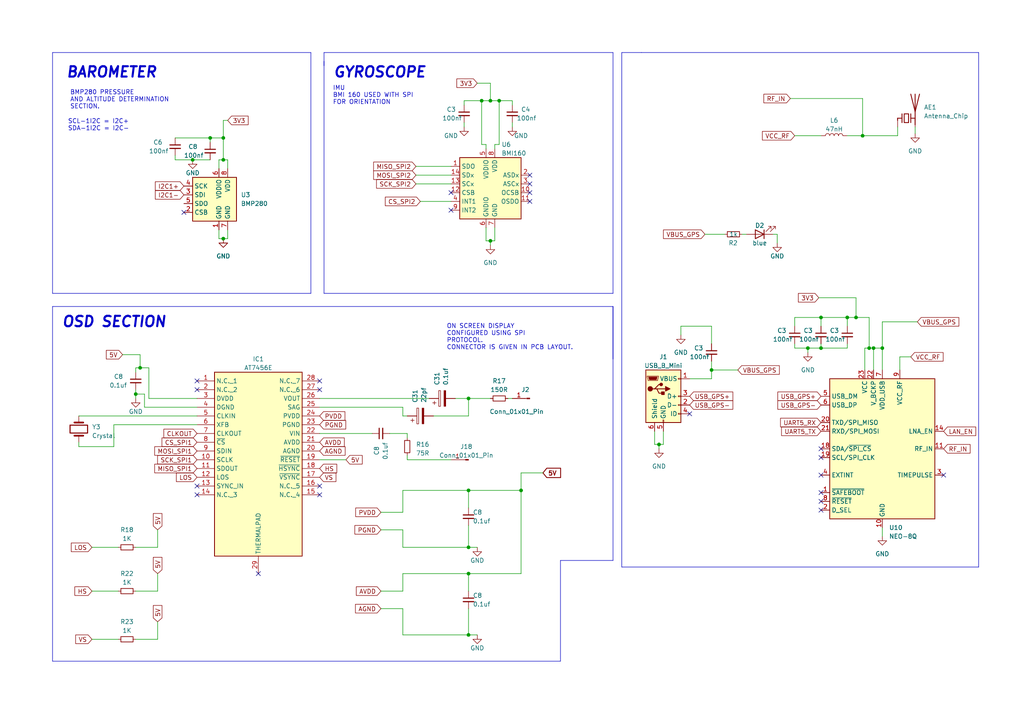
<source format=kicad_sch>
(kicad_sch (version 20230121) (generator eeschema)

  (uuid 432b79b1-c5b5-4908-b2ec-80334aa2e347)

  (paper "A4")

  (lib_symbols
    (symbol "AT7456:AT7456E" (in_bom yes) (on_board yes)
      (property "Reference" "IC" (at 31.75 7.62 0)
        (effects (font (size 1.27 1.27)) (justify left top))
      )
      (property "Value" "AT7456E" (at 31.75 5.08 0)
        (effects (font (size 1.27 1.27)) (justify left top))
      )
      (property "Footprint" "SOP65P640X120-29N" (at 31.75 -94.92 0)
        (effects (font (size 1.27 1.27)) (justify left top) hide)
      )
      (property "Datasheet" "https://datasheet.lcsc.com/szlcsc/ZHONGKEWEI-AT7456E_C82351.pdf" (at 31.75 -194.92 0)
        (effects (font (size 1.27 1.27)) (justify left top) hide)
      )
      (property "Height" "1.2" (at 31.75 -394.92 0)
        (effects (font (size 1.27 1.27)) (justify left top) hide)
      )
      (property "Manufacturer_Name" "ICOF" (at 31.75 -494.92 0)
        (effects (font (size 1.27 1.27)) (justify left top) hide)
      )
      (property "Manufacturer_Part_Number" "AT7456E" (at 31.75 -594.92 0)
        (effects (font (size 1.27 1.27)) (justify left top) hide)
      )
      (property "Mouser Part Number" "" (at 31.75 -694.92 0)
        (effects (font (size 1.27 1.27)) (justify left top) hide)
      )
      (property "Mouser Price/Stock" "" (at 31.75 -794.92 0)
        (effects (font (size 1.27 1.27)) (justify left top) hide)
      )
      (property "Arrow Part Number" "" (at 31.75 -894.92 0)
        (effects (font (size 1.27 1.27)) (justify left top) hide)
      )
      (property "Arrow Price/Stock" "" (at 31.75 -994.92 0)
        (effects (font (size 1.27 1.27)) (justify left top) hide)
      )
      (property "ki_description" "Video Character Overlay Chip (OSD)" (at 0 0 0)
        (effects (font (size 1.27 1.27)) hide)
      )
      (symbol "AT7456E_1_1"
        (rectangle (start 5.08 2.54) (end 30.48 -50.8)
          (stroke (width 0.254) (type default))
          (fill (type background))
        )
        (pin passive line (at 0 0 0) (length 5.08)
          (name "N.C._1" (effects (font (size 1.27 1.27))))
          (number "1" (effects (font (size 1.27 1.27))))
        )
        (pin passive line (at 0 -22.86 0) (length 5.08)
          (name "SCLK" (effects (font (size 1.27 1.27))))
          (number "10" (effects (font (size 1.27 1.27))))
        )
        (pin passive line (at 0 -25.4 0) (length 5.08)
          (name "SDOUT" (effects (font (size 1.27 1.27))))
          (number "11" (effects (font (size 1.27 1.27))))
        )
        (pin passive line (at 0 -27.94 0) (length 5.08)
          (name "LOS" (effects (font (size 1.27 1.27))))
          (number "12" (effects (font (size 1.27 1.27))))
        )
        (pin passive line (at 0 -30.48 0) (length 5.08)
          (name "SYNC_IN" (effects (font (size 1.27 1.27))))
          (number "13" (effects (font (size 1.27 1.27))))
        )
        (pin passive line (at 0 -33.02 0) (length 5.08)
          (name "N.C._3" (effects (font (size 1.27 1.27))))
          (number "14" (effects (font (size 1.27 1.27))))
        )
        (pin passive line (at 35.56 -33.02 180) (length 5.08)
          (name "N.C._4" (effects (font (size 1.27 1.27))))
          (number "15" (effects (font (size 1.27 1.27))))
        )
        (pin passive line (at 35.56 -30.48 180) (length 5.08)
          (name "N.C._5" (effects (font (size 1.27 1.27))))
          (number "16" (effects (font (size 1.27 1.27))))
        )
        (pin passive line (at 35.56 -27.94 180) (length 5.08)
          (name "~{VSYNC}" (effects (font (size 1.27 1.27))))
          (number "17" (effects (font (size 1.27 1.27))))
        )
        (pin passive line (at 35.56 -25.4 180) (length 5.08)
          (name "~{HSYNC}" (effects (font (size 1.27 1.27))))
          (number "18" (effects (font (size 1.27 1.27))))
        )
        (pin passive line (at 35.56 -22.86 180) (length 5.08)
          (name "~{RESET}" (effects (font (size 1.27 1.27))))
          (number "19" (effects (font (size 1.27 1.27))))
        )
        (pin passive line (at 0 -2.54 0) (length 5.08)
          (name "N.C._2" (effects (font (size 1.27 1.27))))
          (number "2" (effects (font (size 1.27 1.27))))
        )
        (pin passive line (at 35.56 -20.32 180) (length 5.08)
          (name "AGND" (effects (font (size 1.27 1.27))))
          (number "20" (effects (font (size 1.27 1.27))))
        )
        (pin passive line (at 35.56 -17.78 180) (length 5.08)
          (name "AVDD" (effects (font (size 1.27 1.27))))
          (number "21" (effects (font (size 1.27 1.27))))
        )
        (pin passive line (at 35.56 -15.24 180) (length 5.08)
          (name "VIN" (effects (font (size 1.27 1.27))))
          (number "22" (effects (font (size 1.27 1.27))))
        )
        (pin passive line (at 35.56 -12.7 180) (length 5.08)
          (name "PGND" (effects (font (size 1.27 1.27))))
          (number "23" (effects (font (size 1.27 1.27))))
        )
        (pin passive line (at 35.56 -10.16 180) (length 5.08)
          (name "PVDD" (effects (font (size 1.27 1.27))))
          (number "24" (effects (font (size 1.27 1.27))))
        )
        (pin passive line (at 35.56 -7.62 180) (length 5.08)
          (name "SAG" (effects (font (size 1.27 1.27))))
          (number "25" (effects (font (size 1.27 1.27))))
        )
        (pin passive line (at 35.56 -5.08 180) (length 5.08)
          (name "VOUT" (effects (font (size 1.27 1.27))))
          (number "26" (effects (font (size 1.27 1.27))))
        )
        (pin passive line (at 35.56 -2.54 180) (length 5.08)
          (name "N.C._6" (effects (font (size 1.27 1.27))))
          (number "27" (effects (font (size 1.27 1.27))))
        )
        (pin passive line (at 35.56 0 180) (length 5.08)
          (name "N.C._7" (effects (font (size 1.27 1.27))))
          (number "28" (effects (font (size 1.27 1.27))))
        )
        (pin passive line (at 17.78 -55.88 90) (length 5.08)
          (name "THERMALPAD" (effects (font (size 1.27 1.27))))
          (number "29" (effects (font (size 1.27 1.27))))
        )
        (pin passive line (at 0 -5.08 0) (length 5.08)
          (name "DVDD" (effects (font (size 1.27 1.27))))
          (number "3" (effects (font (size 1.27 1.27))))
        )
        (pin passive line (at 0 -7.62 0) (length 5.08)
          (name "DGND" (effects (font (size 1.27 1.27))))
          (number "4" (effects (font (size 1.27 1.27))))
        )
        (pin passive line (at 0 -10.16 0) (length 5.08)
          (name "CLKIN" (effects (font (size 1.27 1.27))))
          (number "5" (effects (font (size 1.27 1.27))))
        )
        (pin passive line (at 0 -12.7 0) (length 5.08)
          (name "XFB" (effects (font (size 1.27 1.27))))
          (number "6" (effects (font (size 1.27 1.27))))
        )
        (pin passive line (at 0 -15.24 0) (length 5.08)
          (name "CLKOUT" (effects (font (size 1.27 1.27))))
          (number "7" (effects (font (size 1.27 1.27))))
        )
        (pin passive line (at 0 -17.78 0) (length 5.08)
          (name "~{CS}" (effects (font (size 1.27 1.27))))
          (number "8" (effects (font (size 1.27 1.27))))
        )
        (pin passive line (at 0 -20.32 0) (length 5.08)
          (name "SDIN" (effects (font (size 1.27 1.27))))
          (number "9" (effects (font (size 1.27 1.27))))
        )
      )
    )
    (symbol "Connector:Conn_01x01_Pin" (pin_names (offset 1.016) hide) (in_bom yes) (on_board yes)
      (property "Reference" "J" (at 0 2.54 0)
        (effects (font (size 1.27 1.27)))
      )
      (property "Value" "Conn_01x01_Pin" (at 0 -2.54 0)
        (effects (font (size 1.27 1.27)))
      )
      (property "Footprint" "" (at 0 0 0)
        (effects (font (size 1.27 1.27)) hide)
      )
      (property "Datasheet" "~" (at 0 0 0)
        (effects (font (size 1.27 1.27)) hide)
      )
      (property "ki_locked" "" (at 0 0 0)
        (effects (font (size 1.27 1.27)))
      )
      (property "ki_keywords" "connector" (at 0 0 0)
        (effects (font (size 1.27 1.27)) hide)
      )
      (property "ki_description" "Generic connector, single row, 01x01, script generated" (at 0 0 0)
        (effects (font (size 1.27 1.27)) hide)
      )
      (property "ki_fp_filters" "Connector*:*_1x??_*" (at 0 0 0)
        (effects (font (size 1.27 1.27)) hide)
      )
      (symbol "Conn_01x01_Pin_1_1"
        (polyline
          (pts
            (xy 1.27 0)
            (xy 0.8636 0)
          )
          (stroke (width 0.1524) (type default))
          (fill (type none))
        )
        (rectangle (start 0.8636 0.127) (end 0 -0.127)
          (stroke (width 0.1524) (type default))
          (fill (type outline))
        )
        (pin passive line (at 5.08 0 180) (length 3.81)
          (name "Pin_1" (effects (font (size 1.27 1.27))))
          (number "1" (effects (font (size 1.27 1.27))))
        )
      )
    )
    (symbol "Connector:USB_B_Mini" (pin_names (offset 1.016)) (in_bom yes) (on_board yes)
      (property "Reference" "J" (at -5.08 11.43 0)
        (effects (font (size 1.27 1.27)) (justify left))
      )
      (property "Value" "USB_B_Mini" (at -5.08 8.89 0)
        (effects (font (size 1.27 1.27)) (justify left))
      )
      (property "Footprint" "" (at 3.81 -1.27 0)
        (effects (font (size 1.27 1.27)) hide)
      )
      (property "Datasheet" "~" (at 3.81 -1.27 0)
        (effects (font (size 1.27 1.27)) hide)
      )
      (property "ki_keywords" "connector USB mini" (at 0 0 0)
        (effects (font (size 1.27 1.27)) hide)
      )
      (property "ki_description" "USB Mini Type B connector" (at 0 0 0)
        (effects (font (size 1.27 1.27)) hide)
      )
      (property "ki_fp_filters" "USB*" (at 0 0 0)
        (effects (font (size 1.27 1.27)) hide)
      )
      (symbol "USB_B_Mini_0_1"
        (rectangle (start -5.08 -7.62) (end 5.08 7.62)
          (stroke (width 0.254) (type default))
          (fill (type background))
        )
        (circle (center -3.81 2.159) (radius 0.635)
          (stroke (width 0.254) (type default))
          (fill (type outline))
        )
        (circle (center -0.635 3.429) (radius 0.381)
          (stroke (width 0.254) (type default))
          (fill (type outline))
        )
        (rectangle (start -0.127 -7.62) (end 0.127 -6.858)
          (stroke (width 0) (type default))
          (fill (type none))
        )
        (polyline
          (pts
            (xy -1.905 2.159)
            (xy 0.635 2.159)
          )
          (stroke (width 0.254) (type default))
          (fill (type none))
        )
        (polyline
          (pts
            (xy -3.175 2.159)
            (xy -2.54 2.159)
            (xy -1.27 3.429)
            (xy -0.635 3.429)
          )
          (stroke (width 0.254) (type default))
          (fill (type none))
        )
        (polyline
          (pts
            (xy -2.54 2.159)
            (xy -1.905 2.159)
            (xy -1.27 0.889)
            (xy 0 0.889)
          )
          (stroke (width 0.254) (type default))
          (fill (type none))
        )
        (polyline
          (pts
            (xy 0.635 2.794)
            (xy 0.635 1.524)
            (xy 1.905 2.159)
            (xy 0.635 2.794)
          )
          (stroke (width 0.254) (type default))
          (fill (type outline))
        )
        (polyline
          (pts
            (xy -4.318 5.588)
            (xy -1.778 5.588)
            (xy -2.032 4.826)
            (xy -4.064 4.826)
            (xy -4.318 5.588)
          )
          (stroke (width 0) (type default))
          (fill (type outline))
        )
        (polyline
          (pts
            (xy -4.699 5.842)
            (xy -4.699 5.588)
            (xy -4.445 4.826)
            (xy -4.445 4.572)
            (xy -1.651 4.572)
            (xy -1.651 4.826)
            (xy -1.397 5.588)
            (xy -1.397 5.842)
            (xy -4.699 5.842)
          )
          (stroke (width 0) (type default))
          (fill (type none))
        )
        (rectangle (start 0.254 1.27) (end -0.508 0.508)
          (stroke (width 0.254) (type default))
          (fill (type outline))
        )
        (rectangle (start 5.08 -5.207) (end 4.318 -4.953)
          (stroke (width 0) (type default))
          (fill (type none))
        )
        (rectangle (start 5.08 -2.667) (end 4.318 -2.413)
          (stroke (width 0) (type default))
          (fill (type none))
        )
        (rectangle (start 5.08 -0.127) (end 4.318 0.127)
          (stroke (width 0) (type default))
          (fill (type none))
        )
        (rectangle (start 5.08 4.953) (end 4.318 5.207)
          (stroke (width 0) (type default))
          (fill (type none))
        )
      )
      (symbol "USB_B_Mini_1_1"
        (pin power_out line (at 7.62 5.08 180) (length 2.54)
          (name "VBUS" (effects (font (size 1.27 1.27))))
          (number "1" (effects (font (size 1.27 1.27))))
        )
        (pin bidirectional line (at 7.62 -2.54 180) (length 2.54)
          (name "D-" (effects (font (size 1.27 1.27))))
          (number "2" (effects (font (size 1.27 1.27))))
        )
        (pin bidirectional line (at 7.62 0 180) (length 2.54)
          (name "D+" (effects (font (size 1.27 1.27))))
          (number "3" (effects (font (size 1.27 1.27))))
        )
        (pin passive line (at 7.62 -5.08 180) (length 2.54)
          (name "ID" (effects (font (size 1.27 1.27))))
          (number "4" (effects (font (size 1.27 1.27))))
        )
        (pin power_out line (at 0 -10.16 90) (length 2.54)
          (name "GND" (effects (font (size 1.27 1.27))))
          (number "5" (effects (font (size 1.27 1.27))))
        )
        (pin passive line (at -2.54 -10.16 90) (length 2.54)
          (name "Shield" (effects (font (size 1.27 1.27))))
          (number "6" (effects (font (size 1.27 1.27))))
        )
      )
    )
    (symbol "Device:Antenna_Chip" (pin_numbers hide) (pin_names (offset 1.016) hide) (in_bom yes) (on_board yes)
      (property "Reference" "AE" (at 0 5.08 0)
        (effects (font (size 1.27 1.27)) (justify right))
      )
      (property "Value" "Antenna_Chip" (at 0 3.175 0)
        (effects (font (size 1.27 1.27)) (justify right))
      )
      (property "Footprint" "" (at -2.54 4.445 0)
        (effects (font (size 1.27 1.27)) hide)
      )
      (property "Datasheet" "~" (at -2.54 4.445 0)
        (effects (font (size 1.27 1.27)) hide)
      )
      (property "ki_keywords" "antenna" (at 0 0 0)
        (effects (font (size 1.27 1.27)) hide)
      )
      (property "ki_description" "Ceramic chip antenna with pin for PCB trace" (at 0 0 0)
        (effects (font (size 1.27 1.27)) hide)
      )
      (symbol "Antenna_Chip_0_1"
        (polyline
          (pts
            (xy -2.54 0)
            (xy -2.54 -0.635)
          )
          (stroke (width 0.254) (type default))
          (fill (type none))
        )
        (polyline
          (pts
            (xy -2.54 0)
            (xy -1.27 0)
          )
          (stroke (width 0.254) (type default))
          (fill (type none))
        )
        (polyline
          (pts
            (xy 1.27 0)
            (xy 2.54 0)
          )
          (stroke (width 0.254) (type default))
          (fill (type none))
        )
        (polyline
          (pts
            (xy 1.27 1.27)
            (xy 1.27 -1.27)
          )
          (stroke (width 0.254) (type default))
          (fill (type none))
        )
        (polyline
          (pts
            (xy 2.54 -0.635)
            (xy 2.54 0)
          )
          (stroke (width 0) (type default))
          (fill (type none))
        )
        (polyline
          (pts
            (xy 2.54 6.985)
            (xy 2.54 -1.905)
          )
          (stroke (width 0.254) (type default))
          (fill (type none))
        )
        (polyline
          (pts
            (xy -1.27 1.27)
            (xy -1.27 -1.27)
            (xy -1.27 0)
          )
          (stroke (width 0.254) (type default))
          (fill (type none))
        )
        (polyline
          (pts
            (xy 3.81 6.985)
            (xy 2.54 1.905)
            (xy 1.27 6.985)
          )
          (stroke (width 0.254) (type default))
          (fill (type none))
        )
        (polyline
          (pts
            (xy -0.635 1.27)
            (xy 0.635 1.27)
            (xy 0.635 -1.27)
            (xy -0.635 -1.27)
            (xy -0.635 1.27)
          )
          (stroke (width 0.254) (type default))
          (fill (type none))
        )
      )
      (symbol "Antenna_Chip_1_1"
        (pin input line (at -2.54 -2.54 90) (length 2.54)
          (name "FEED" (effects (font (size 1.27 1.27))))
          (number "1" (effects (font (size 1.27 1.27))))
        )
        (pin passive line (at 2.54 -2.54 90) (length 2.54)
          (name "PCB_Trace" (effects (font (size 1.27 1.27))))
          (number "2" (effects (font (size 1.27 1.27))))
        )
      )
    )
    (symbol "Device:C_Polarized" (pin_numbers hide) (pin_names (offset 0.254)) (in_bom yes) (on_board yes)
      (property "Reference" "C" (at 0.635 2.54 0)
        (effects (font (size 1.27 1.27)) (justify left))
      )
      (property "Value" "C_Polarized" (at 0.635 -2.54 0)
        (effects (font (size 1.27 1.27)) (justify left))
      )
      (property "Footprint" "" (at 0.9652 -3.81 0)
        (effects (font (size 1.27 1.27)) hide)
      )
      (property "Datasheet" "~" (at 0 0 0)
        (effects (font (size 1.27 1.27)) hide)
      )
      (property "ki_keywords" "cap capacitor" (at 0 0 0)
        (effects (font (size 1.27 1.27)) hide)
      )
      (property "ki_description" "Polarized capacitor" (at 0 0 0)
        (effects (font (size 1.27 1.27)) hide)
      )
      (property "ki_fp_filters" "CP_*" (at 0 0 0)
        (effects (font (size 1.27 1.27)) hide)
      )
      (symbol "C_Polarized_0_1"
        (rectangle (start -2.286 0.508) (end 2.286 1.016)
          (stroke (width 0) (type default))
          (fill (type none))
        )
        (polyline
          (pts
            (xy -1.778 2.286)
            (xy -0.762 2.286)
          )
          (stroke (width 0) (type default))
          (fill (type none))
        )
        (polyline
          (pts
            (xy -1.27 2.794)
            (xy -1.27 1.778)
          )
          (stroke (width 0) (type default))
          (fill (type none))
        )
        (rectangle (start 2.286 -0.508) (end -2.286 -1.016)
          (stroke (width 0) (type default))
          (fill (type outline))
        )
      )
      (symbol "C_Polarized_1_1"
        (pin passive line (at 0 3.81 270) (length 2.794)
          (name "~" (effects (font (size 1.27 1.27))))
          (number "1" (effects (font (size 1.27 1.27))))
        )
        (pin passive line (at 0 -3.81 90) (length 2.794)
          (name "~" (effects (font (size 1.27 1.27))))
          (number "2" (effects (font (size 1.27 1.27))))
        )
      )
    )
    (symbol "Device:C_Small" (pin_numbers hide) (pin_names (offset 0.254) hide) (in_bom yes) (on_board yes)
      (property "Reference" "C" (at 0.254 1.778 0)
        (effects (font (size 1.27 1.27)) (justify left))
      )
      (property "Value" "C_Small" (at 0.254 -2.032 0)
        (effects (font (size 1.27 1.27)) (justify left))
      )
      (property "Footprint" "" (at 0 0 0)
        (effects (font (size 1.27 1.27)) hide)
      )
      (property "Datasheet" "~" (at 0 0 0)
        (effects (font (size 1.27 1.27)) hide)
      )
      (property "ki_keywords" "capacitor cap" (at 0 0 0)
        (effects (font (size 1.27 1.27)) hide)
      )
      (property "ki_description" "Unpolarized capacitor, small symbol" (at 0 0 0)
        (effects (font (size 1.27 1.27)) hide)
      )
      (property "ki_fp_filters" "C_*" (at 0 0 0)
        (effects (font (size 1.27 1.27)) hide)
      )
      (symbol "C_Small_0_1"
        (polyline
          (pts
            (xy -1.524 -0.508)
            (xy 1.524 -0.508)
          )
          (stroke (width 0.3302) (type default))
          (fill (type none))
        )
        (polyline
          (pts
            (xy -1.524 0.508)
            (xy 1.524 0.508)
          )
          (stroke (width 0.3048) (type default))
          (fill (type none))
        )
      )
      (symbol "C_Small_1_1"
        (pin passive line (at 0 2.54 270) (length 2.032)
          (name "~" (effects (font (size 1.27 1.27))))
          (number "1" (effects (font (size 1.27 1.27))))
        )
        (pin passive line (at 0 -2.54 90) (length 2.032)
          (name "~" (effects (font (size 1.27 1.27))))
          (number "2" (effects (font (size 1.27 1.27))))
        )
      )
    )
    (symbol "Device:Crystal" (pin_numbers hide) (pin_names (offset 1.016) hide) (in_bom yes) (on_board yes)
      (property "Reference" "Y" (at 0 3.81 0)
        (effects (font (size 1.27 1.27)))
      )
      (property "Value" "Crystal" (at 0 -3.81 0)
        (effects (font (size 1.27 1.27)))
      )
      (property "Footprint" "" (at 0 0 0)
        (effects (font (size 1.27 1.27)) hide)
      )
      (property "Datasheet" "~" (at 0 0 0)
        (effects (font (size 1.27 1.27)) hide)
      )
      (property "ki_keywords" "quartz ceramic resonator oscillator" (at 0 0 0)
        (effects (font (size 1.27 1.27)) hide)
      )
      (property "ki_description" "Two pin crystal" (at 0 0 0)
        (effects (font (size 1.27 1.27)) hide)
      )
      (property "ki_fp_filters" "Crystal*" (at 0 0 0)
        (effects (font (size 1.27 1.27)) hide)
      )
      (symbol "Crystal_0_1"
        (rectangle (start -1.143 2.54) (end 1.143 -2.54)
          (stroke (width 0.3048) (type default))
          (fill (type none))
        )
        (polyline
          (pts
            (xy -2.54 0)
            (xy -1.905 0)
          )
          (stroke (width 0) (type default))
          (fill (type none))
        )
        (polyline
          (pts
            (xy -1.905 -1.27)
            (xy -1.905 1.27)
          )
          (stroke (width 0.508) (type default))
          (fill (type none))
        )
        (polyline
          (pts
            (xy 1.905 -1.27)
            (xy 1.905 1.27)
          )
          (stroke (width 0.508) (type default))
          (fill (type none))
        )
        (polyline
          (pts
            (xy 2.54 0)
            (xy 1.905 0)
          )
          (stroke (width 0) (type default))
          (fill (type none))
        )
      )
      (symbol "Crystal_1_1"
        (pin passive line (at -3.81 0 0) (length 1.27)
          (name "1" (effects (font (size 1.27 1.27))))
          (number "1" (effects (font (size 1.27 1.27))))
        )
        (pin passive line (at 3.81 0 180) (length 1.27)
          (name "2" (effects (font (size 1.27 1.27))))
          (number "2" (effects (font (size 1.27 1.27))))
        )
      )
    )
    (symbol "Device:L" (pin_numbers hide) (pin_names (offset 1.016) hide) (in_bom yes) (on_board yes)
      (property "Reference" "L" (at -1.27 0 90)
        (effects (font (size 1.27 1.27)))
      )
      (property "Value" "L" (at 1.905 0 90)
        (effects (font (size 1.27 1.27)))
      )
      (property "Footprint" "" (at 0 0 0)
        (effects (font (size 1.27 1.27)) hide)
      )
      (property "Datasheet" "~" (at 0 0 0)
        (effects (font (size 1.27 1.27)) hide)
      )
      (property "ki_keywords" "inductor choke coil reactor magnetic" (at 0 0 0)
        (effects (font (size 1.27 1.27)) hide)
      )
      (property "ki_description" "Inductor" (at 0 0 0)
        (effects (font (size 1.27 1.27)) hide)
      )
      (property "ki_fp_filters" "Choke_* *Coil* Inductor_* L_*" (at 0 0 0)
        (effects (font (size 1.27 1.27)) hide)
      )
      (symbol "L_0_1"
        (arc (start 0 -2.54) (mid 0.6323 -1.905) (end 0 -1.27)
          (stroke (width 0) (type default))
          (fill (type none))
        )
        (arc (start 0 -1.27) (mid 0.6323 -0.635) (end 0 0)
          (stroke (width 0) (type default))
          (fill (type none))
        )
        (arc (start 0 0) (mid 0.6323 0.635) (end 0 1.27)
          (stroke (width 0) (type default))
          (fill (type none))
        )
        (arc (start 0 1.27) (mid 0.6323 1.905) (end 0 2.54)
          (stroke (width 0) (type default))
          (fill (type none))
        )
      )
      (symbol "L_1_1"
        (pin passive line (at 0 3.81 270) (length 1.27)
          (name "1" (effects (font (size 1.27 1.27))))
          (number "1" (effects (font (size 1.27 1.27))))
        )
        (pin passive line (at 0 -3.81 90) (length 1.27)
          (name "2" (effects (font (size 1.27 1.27))))
          (number "2" (effects (font (size 1.27 1.27))))
        )
      )
    )
    (symbol "Device:LED" (pin_numbers hide) (pin_names (offset 1.016) hide) (in_bom yes) (on_board yes)
      (property "Reference" "D" (at 0 2.54 0)
        (effects (font (size 1.27 1.27)))
      )
      (property "Value" "LED" (at 0 -2.54 0)
        (effects (font (size 1.27 1.27)))
      )
      (property "Footprint" "" (at 0 0 0)
        (effects (font (size 1.27 1.27)) hide)
      )
      (property "Datasheet" "~" (at 0 0 0)
        (effects (font (size 1.27 1.27)) hide)
      )
      (property "ki_keywords" "LED diode" (at 0 0 0)
        (effects (font (size 1.27 1.27)) hide)
      )
      (property "ki_description" "Light emitting diode" (at 0 0 0)
        (effects (font (size 1.27 1.27)) hide)
      )
      (property "ki_fp_filters" "LED* LED_SMD:* LED_THT:*" (at 0 0 0)
        (effects (font (size 1.27 1.27)) hide)
      )
      (symbol "LED_0_1"
        (polyline
          (pts
            (xy -1.27 -1.27)
            (xy -1.27 1.27)
          )
          (stroke (width 0.254) (type default))
          (fill (type none))
        )
        (polyline
          (pts
            (xy -1.27 0)
            (xy 1.27 0)
          )
          (stroke (width 0) (type default))
          (fill (type none))
        )
        (polyline
          (pts
            (xy 1.27 -1.27)
            (xy 1.27 1.27)
            (xy -1.27 0)
            (xy 1.27 -1.27)
          )
          (stroke (width 0.254) (type default))
          (fill (type none))
        )
        (polyline
          (pts
            (xy -3.048 -0.762)
            (xy -4.572 -2.286)
            (xy -3.81 -2.286)
            (xy -4.572 -2.286)
            (xy -4.572 -1.524)
          )
          (stroke (width 0) (type default))
          (fill (type none))
        )
        (polyline
          (pts
            (xy -1.778 -0.762)
            (xy -3.302 -2.286)
            (xy -2.54 -2.286)
            (xy -3.302 -2.286)
            (xy -3.302 -1.524)
          )
          (stroke (width 0) (type default))
          (fill (type none))
        )
      )
      (symbol "LED_1_1"
        (pin passive line (at -3.81 0 0) (length 2.54)
          (name "K" (effects (font (size 1.27 1.27))))
          (number "1" (effects (font (size 1.27 1.27))))
        )
        (pin passive line (at 3.81 0 180) (length 2.54)
          (name "A" (effects (font (size 1.27 1.27))))
          (number "2" (effects (font (size 1.27 1.27))))
        )
      )
    )
    (symbol "Device:R_Small" (pin_numbers hide) (pin_names (offset 0.254) hide) (in_bom yes) (on_board yes)
      (property "Reference" "R" (at 0.762 0.508 0)
        (effects (font (size 1.27 1.27)) (justify left))
      )
      (property "Value" "R_Small" (at 0.762 -1.016 0)
        (effects (font (size 1.27 1.27)) (justify left))
      )
      (property "Footprint" "" (at 0 0 0)
        (effects (font (size 1.27 1.27)) hide)
      )
      (property "Datasheet" "~" (at 0 0 0)
        (effects (font (size 1.27 1.27)) hide)
      )
      (property "ki_keywords" "R resistor" (at 0 0 0)
        (effects (font (size 1.27 1.27)) hide)
      )
      (property "ki_description" "Resistor, small symbol" (at 0 0 0)
        (effects (font (size 1.27 1.27)) hide)
      )
      (property "ki_fp_filters" "R_*" (at 0 0 0)
        (effects (font (size 1.27 1.27)) hide)
      )
      (symbol "R_Small_0_1"
        (rectangle (start -0.762 1.778) (end 0.762 -1.778)
          (stroke (width 0.2032) (type default))
          (fill (type none))
        )
      )
      (symbol "R_Small_1_1"
        (pin passive line (at 0 2.54 270) (length 0.762)
          (name "~" (effects (font (size 1.27 1.27))))
          (number "1" (effects (font (size 1.27 1.27))))
        )
        (pin passive line (at 0 -2.54 90) (length 0.762)
          (name "~" (effects (font (size 1.27 1.27))))
          (number "2" (effects (font (size 1.27 1.27))))
        )
      )
    )
    (symbol "RF_GPS:NEO-8Q" (in_bom yes) (on_board yes)
      (property "Reference" "U" (at -13.97 21.59 0)
        (effects (font (size 1.27 1.27)))
      )
      (property "Value" "NEO-8Q" (at 11.43 21.59 0)
        (effects (font (size 1.27 1.27)))
      )
      (property "Footprint" "RF_GPS:ublox_NEO" (at 10.16 -21.59 0)
        (effects (font (size 1.27 1.27)) hide)
      )
      (property "Datasheet" "https://content.u-blox.com/sites/default/files/documents/NEO-8Q_DataSheet_UBX-15031913.pdf" (at 0 0 0)
        (effects (font (size 1.27 1.27)) hide)
      )
      (property "ki_keywords" "ublox GPS GNSS module" (at 0 0 0)
        (effects (font (size 1.27 1.27)) hide)
      )
      (property "ki_description" "GNSS Module NEO 8, VCC 1.65V to 3.6V" (at 0 0 0)
        (effects (font (size 1.27 1.27)) hide)
      )
      (property "ki_fp_filters" "ublox*NEO*" (at 0 0 0)
        (effects (font (size 1.27 1.27)) hide)
      )
      (symbol "NEO-8Q_0_1"
        (rectangle (start -15.24 20.32) (end 15.24 -20.32)
          (stroke (width 0.254) (type default))
          (fill (type background))
        )
      )
      (symbol "NEO-8Q_1_1"
        (pin input line (at -17.78 -12.7 0) (length 2.54)
          (name "~{SAFEBOOT}" (effects (font (size 1.27 1.27))))
          (number "1" (effects (font (size 1.27 1.27))))
        )
        (pin power_in line (at 0 -22.86 90) (length 2.54)
          (name "GND" (effects (font (size 1.27 1.27))))
          (number "10" (effects (font (size 1.27 1.27))))
        )
        (pin input line (at 17.78 0 180) (length 2.54)
          (name "RF_IN" (effects (font (size 1.27 1.27))))
          (number "11" (effects (font (size 1.27 1.27))))
        )
        (pin passive line (at 0 -22.86 90) (length 2.54) hide
          (name "GND" (effects (font (size 1.27 1.27))))
          (number "12" (effects (font (size 1.27 1.27))))
        )
        (pin passive line (at 0 -22.86 90) (length 2.54) hide
          (name "GND" (effects (font (size 1.27 1.27))))
          (number "13" (effects (font (size 1.27 1.27))))
        )
        (pin output line (at 17.78 5.08 180) (length 2.54)
          (name "LNA_EN" (effects (font (size 1.27 1.27))))
          (number "14" (effects (font (size 1.27 1.27))))
        )
        (pin no_connect line (at 15.24 -10.16 180) (length 2.54) hide
          (name "RESERVED" (effects (font (size 1.27 1.27))))
          (number "15" (effects (font (size 1.27 1.27))))
        )
        (pin no_connect line (at 15.24 -12.7 180) (length 2.54) hide
          (name "RESERVED" (effects (font (size 1.27 1.27))))
          (number "16" (effects (font (size 1.27 1.27))))
        )
        (pin no_connect line (at 15.24 -15.24 180) (length 2.54) hide
          (name "RESERVED" (effects (font (size 1.27 1.27))))
          (number "17" (effects (font (size 1.27 1.27))))
        )
        (pin bidirectional line (at -17.78 0 0) (length 2.54)
          (name "SDA/~{SPI_CS}" (effects (font (size 1.27 1.27))))
          (number "18" (effects (font (size 1.27 1.27))))
        )
        (pin input line (at -17.78 -2.54 0) (length 2.54)
          (name "SCL/SPI_CLK" (effects (font (size 1.27 1.27))))
          (number "19" (effects (font (size 1.27 1.27))))
        )
        (pin input line (at -17.78 -17.78 0) (length 2.54)
          (name "D_SEL" (effects (font (size 1.27 1.27))))
          (number "2" (effects (font (size 1.27 1.27))))
        )
        (pin output line (at -17.78 7.62 0) (length 2.54)
          (name "TXD/SPI_MISO" (effects (font (size 1.27 1.27))))
          (number "20" (effects (font (size 1.27 1.27))))
        )
        (pin input line (at -17.78 5.08 0) (length 2.54)
          (name "RXD/SPI_MOSI" (effects (font (size 1.27 1.27))))
          (number "21" (effects (font (size 1.27 1.27))))
        )
        (pin power_in line (at -2.54 22.86 270) (length 2.54)
          (name "V_BCKP" (effects (font (size 1.27 1.27))))
          (number "22" (effects (font (size 1.27 1.27))))
        )
        (pin power_in line (at -5.08 22.86 270) (length 2.54)
          (name "VCC" (effects (font (size 1.27 1.27))))
          (number "23" (effects (font (size 1.27 1.27))))
        )
        (pin passive line (at 0 -22.86 90) (length 2.54) hide
          (name "GND" (effects (font (size 1.27 1.27))))
          (number "24" (effects (font (size 1.27 1.27))))
        )
        (pin output line (at 17.78 -7.62 180) (length 2.54)
          (name "TIMEPULSE" (effects (font (size 1.27 1.27))))
          (number "3" (effects (font (size 1.27 1.27))))
        )
        (pin input line (at -17.78 -7.62 0) (length 2.54)
          (name "EXTINT" (effects (font (size 1.27 1.27))))
          (number "4" (effects (font (size 1.27 1.27))))
        )
        (pin bidirectional line (at -17.78 15.24 0) (length 2.54)
          (name "USB_DM" (effects (font (size 1.27 1.27))))
          (number "5" (effects (font (size 1.27 1.27))))
        )
        (pin bidirectional line (at -17.78 12.7 0) (length 2.54)
          (name "USB_DP" (effects (font (size 1.27 1.27))))
          (number "6" (effects (font (size 1.27 1.27))))
        )
        (pin power_in line (at 0 22.86 270) (length 2.54)
          (name "VDD_USB" (effects (font (size 1.27 1.27))))
          (number "7" (effects (font (size 1.27 1.27))))
        )
        (pin input line (at -17.78 -15.24 0) (length 2.54)
          (name "~{RESET}" (effects (font (size 1.27 1.27))))
          (number "8" (effects (font (size 1.27 1.27))))
        )
        (pin power_out line (at 5.08 22.86 270) (length 2.54)
          (name "VCC_RF" (effects (font (size 1.27 1.27))))
          (number "9" (effects (font (size 1.27 1.27))))
        )
      )
    )
    (symbol "Sensor_Motion:BMI160" (in_bom yes) (on_board yes)
      (property "Reference" "U" (at -10.16 8.89 0)
        (effects (font (size 1.27 1.27)) (justify left))
      )
      (property "Value" "BMI160" (at 7.62 8.89 0)
        (effects (font (size 1.27 1.27)) (justify right))
      )
      (property "Footprint" "Package_LGA:Bosch_LGA-14_3x2.5mm_P0.5mm" (at 0 0 0)
        (effects (font (size 1.27 1.27)) hide)
      )
      (property "Datasheet" "https://www.bosch-sensortec.com/media/boschsensortec/downloads/datasheets/bst-bmi160-ds000.pdf" (at -17.78 21.59 0)
        (effects (font (size 1.27 1.27)) hide)
      )
      (property "ki_keywords" "Bosh IMU small low power inertial measurement unit" (at 0 0 0)
        (effects (font (size 1.27 1.27)) hide)
      )
      (property "ki_description" "Small, low power inertial measurement unit, LGA-14" (at 0 0 0)
        (effects (font (size 1.27 1.27)) hide)
      )
      (property "ki_fp_filters" "Bosch*LGA*3x2.5mm*P0.5mm*" (at 0 0 0)
        (effects (font (size 1.27 1.27)) hide)
      )
      (symbol "BMI160_1_1"
        (rectangle (start -10.16 7.62) (end 7.62 -10.16)
          (stroke (width 0.254) (type default))
          (fill (type background))
        )
        (pin bidirectional line (at -12.7 5.08 0) (length 2.54)
          (name "SDO" (effects (font (size 1.27 1.27))))
          (number "1" (effects (font (size 1.27 1.27))))
        )
        (pin bidirectional line (at 10.16 -2.54 180) (length 2.54)
          (name "OCSB" (effects (font (size 1.27 1.27))))
          (number "10" (effects (font (size 1.27 1.27))))
        )
        (pin bidirectional line (at 10.16 -5.08 180) (length 2.54)
          (name "OSDO" (effects (font (size 1.27 1.27))))
          (number "11" (effects (font (size 1.27 1.27))))
        )
        (pin input line (at -12.7 -2.54 0) (length 2.54)
          (name "CSB" (effects (font (size 1.27 1.27))))
          (number "12" (effects (font (size 1.27 1.27))))
        )
        (pin input line (at -12.7 0 0) (length 2.54)
          (name "SCx" (effects (font (size 1.27 1.27))))
          (number "13" (effects (font (size 1.27 1.27))))
        )
        (pin bidirectional line (at -12.7 2.54 0) (length 2.54)
          (name "SDx" (effects (font (size 1.27 1.27))))
          (number "14" (effects (font (size 1.27 1.27))))
        )
        (pin bidirectional line (at 10.16 2.54 180) (length 2.54)
          (name "ASDx" (effects (font (size 1.27 1.27))))
          (number "2" (effects (font (size 1.27 1.27))))
        )
        (pin output line (at 10.16 0 180) (length 2.54)
          (name "ASCx" (effects (font (size 1.27 1.27))))
          (number "3" (effects (font (size 1.27 1.27))))
        )
        (pin bidirectional line (at -12.7 -5.08 0) (length 2.54)
          (name "INT1" (effects (font (size 1.27 1.27))))
          (number "4" (effects (font (size 1.27 1.27))))
        )
        (pin power_in line (at -2.54 10.16 270) (length 2.54)
          (name "VDDIO" (effects (font (size 1.27 1.27))))
          (number "5" (effects (font (size 1.27 1.27))))
        )
        (pin power_in line (at -2.54 -12.7 90) (length 2.54)
          (name "GNDIO" (effects (font (size 1.27 1.27))))
          (number "6" (effects (font (size 1.27 1.27))))
        )
        (pin power_in line (at 0 -12.7 90) (length 2.54)
          (name "GND" (effects (font (size 1.27 1.27))))
          (number "7" (effects (font (size 1.27 1.27))))
        )
        (pin power_in line (at 0 10.16 270) (length 2.54)
          (name "VDD" (effects (font (size 1.27 1.27))))
          (number "8" (effects (font (size 1.27 1.27))))
        )
        (pin bidirectional line (at -12.7 -7.62 0) (length 2.54)
          (name "INT2" (effects (font (size 1.27 1.27))))
          (number "9" (effects (font (size 1.27 1.27))))
        )
      )
    )
    (symbol "Sensor_Pressure:BMP280" (in_bom yes) (on_board yes)
      (property "Reference" "U" (at -7.62 10.16 0)
        (effects (font (size 1.27 1.27)) (justify left top))
      )
      (property "Value" "BMP280" (at 5.08 10.16 0)
        (effects (font (size 1.27 1.27)) (justify left top))
      )
      (property "Footprint" "Package_LGA:Bosch_LGA-8_2x2.5mm_P0.65mm_ClockwisePinNumbering" (at 0 -17.78 0)
        (effects (font (size 1.27 1.27)) hide)
      )
      (property "Datasheet" "https://ae-bst.resource.bosch.com/media/_tech/media/datasheets/BST-BMP280-DS001.pdf" (at 0 0 0)
        (effects (font (size 1.27 1.27)) hide)
      )
      (property "ki_keywords" "I2C, SPI, pressure, temperature, sensor" (at 0 0 0)
        (effects (font (size 1.27 1.27)) hide)
      )
      (property "ki_description" "Absolute Barometric Pressure Sensor, LGA-8" (at 0 0 0)
        (effects (font (size 1.27 1.27)) hide)
      )
      (property "ki_fp_filters" "Bosch*LGA*2x2.5mm*P0.65mm*" (at 0 0 0)
        (effects (font (size 1.27 1.27)) hide)
      )
      (symbol "BMP280_0_1"
        (rectangle (start -7.62 -5.08) (end 5.08 7.62)
          (stroke (width 0.254) (type default))
          (fill (type background))
        )
      )
      (symbol "BMP280_1_1"
        (pin power_in line (at 0 -7.62 90) (length 2.54)
          (name "GND" (effects (font (size 1.27 1.27))))
          (number "1" (effects (font (size 1.27 1.27))))
        )
        (pin input line (at -10.16 -2.54 0) (length 2.54)
          (name "CSB" (effects (font (size 1.27 1.27))))
          (number "2" (effects (font (size 1.27 1.27))))
        )
        (pin bidirectional line (at -10.16 2.54 0) (length 2.54)
          (name "SDI" (effects (font (size 1.27 1.27))))
          (number "3" (effects (font (size 1.27 1.27))))
        )
        (pin input line (at -10.16 5.08 0) (length 2.54)
          (name "SCK" (effects (font (size 1.27 1.27))))
          (number "4" (effects (font (size 1.27 1.27))))
        )
        (pin bidirectional line (at -10.16 0 0) (length 2.54)
          (name "SDO" (effects (font (size 1.27 1.27))))
          (number "5" (effects (font (size 1.27 1.27))))
        )
        (pin power_in line (at 0 10.16 270) (length 2.54)
          (name "VDDIO" (effects (font (size 1.27 1.27))))
          (number "6" (effects (font (size 1.27 1.27))))
        )
        (pin power_in line (at 2.54 -7.62 90) (length 2.54)
          (name "GND" (effects (font (size 1.27 1.27))))
          (number "7" (effects (font (size 1.27 1.27))))
        )
        (pin power_in line (at 2.54 10.16 270) (length 2.54)
          (name "VDD" (effects (font (size 1.27 1.27))))
          (number "8" (effects (font (size 1.27 1.27))))
        )
      )
    )
    (symbol "power:GND" (power) (pin_names (offset 0)) (in_bom yes) (on_board yes)
      (property "Reference" "#PWR" (at 0 -6.35 0)
        (effects (font (size 1.27 1.27)) hide)
      )
      (property "Value" "GND" (at 0 -3.81 0)
        (effects (font (size 1.27 1.27)))
      )
      (property "Footprint" "" (at 0 0 0)
        (effects (font (size 1.27 1.27)) hide)
      )
      (property "Datasheet" "" (at 0 0 0)
        (effects (font (size 1.27 1.27)) hide)
      )
      (property "ki_keywords" "power-flag" (at 0 0 0)
        (effects (font (size 1.27 1.27)) hide)
      )
      (property "ki_description" "Power symbol creates a global label with name \"GND\" , ground" (at 0 0 0)
        (effects (font (size 1.27 1.27)) hide)
      )
      (symbol "GND_0_1"
        (polyline
          (pts
            (xy 0 0)
            (xy 0 -1.27)
            (xy 1.27 -1.27)
            (xy 0 -2.54)
            (xy -1.27 -1.27)
            (xy 0 -1.27)
          )
          (stroke (width 0) (type default))
          (fill (type none))
        )
      )
      (symbol "GND_1_1"
        (pin power_in line (at 0 0 270) (length 0) hide
          (name "GND" (effects (font (size 1.27 1.27))))
          (number "1" (effects (font (size 1.27 1.27))))
        )
      )
    )
  )

  (junction (at 191.135 128.905) (diameter 0) (color 0 0 0 0)
    (uuid 09f4b5e4-d98a-4395-b41e-0e0a67bd88d3)
  )
  (junction (at 64.77 46.355) (diameter 0) (color 0 0 0 0)
    (uuid 14607a15-d76e-400c-b760-fa17fa1cf1af)
  )
  (junction (at 252.095 100.965) (diameter 0) (color 0 0 0 0)
    (uuid 1487f74a-6711-44a1-a0aa-94844668300f)
  )
  (junction (at 144.78 29.21) (diameter 0) (color 0 0 0 0)
    (uuid 1a3e1d29-f617-48f6-9780-a7fa4e2e69e9)
  )
  (junction (at 135.89 166.37) (diameter 0) (color 0 0 0 0)
    (uuid 1dd9772c-f5a3-4859-b49e-59bf6b837950)
  )
  (junction (at 40.64 106.68) (diameter 0) (color 0 0 0 0)
    (uuid 2377ddf6-f2a3-41eb-ae6b-7a449e2f6350)
  )
  (junction (at 206.375 107.315) (diameter 0) (color 0 0 0 0)
    (uuid 2aabf251-35c7-49af-a41d-e7a25ffd6c47)
  )
  (junction (at 250.19 39.37) (diameter 0) (color 0 0 0 0)
    (uuid 31f07e0a-06a1-452c-abaf-311128c00e55)
  )
  (junction (at 64.77 69.215) (diameter 0) (color 0 0 0 0)
    (uuid 38dbb991-7e6e-46c6-b683-66e5c2ad40c7)
  )
  (junction (at 151.13 142.24) (diameter 0) (color 0 0 0 0)
    (uuid 3ff03f28-2c85-45d2-b8d8-6c4410b0dd7e)
  )
  (junction (at 135.89 115.57) (diameter 0) (color 0 0 0 0)
    (uuid 603ffad9-4fa0-47c4-88ba-de43773bce01)
  )
  (junction (at 255.905 100.965) (diameter 0) (color 0 0 0 0)
    (uuid 650b1109-980a-42ff-9ed4-a6f0dda3b786)
  )
  (junction (at 55.88 46.355) (diameter 0) (color 0 0 0 0)
    (uuid 67cdd58b-7224-4f5d-8d65-69f2581a5bea)
  )
  (junction (at 248.285 92.075) (diameter 0) (color 0 0 0 0)
    (uuid 79961f2f-e7cd-4d8f-b722-57647ad93b7a)
  )
  (junction (at 142.24 69.85) (diameter 0) (color 0 0 0 0)
    (uuid 7bf1ce42-bc98-4e76-a3d4-da3c4a92a88c)
  )
  (junction (at 245.745 92.075) (diameter 0) (color 0 0 0 0)
    (uuid 884e9400-ed51-48d9-ac43-6e60c8c53930)
  )
  (junction (at 60.96 40.005) (diameter 0) (color 0 0 0 0)
    (uuid 8b4bed11-7fcd-4184-b64e-4fa839186fe3)
  )
  (junction (at 234.315 100.965) (diameter 0) (color 0 0 0 0)
    (uuid 97d6a0e7-7c77-4a42-8505-37f28c87a0b3)
  )
  (junction (at 238.125 92.075) (diameter 0) (color 0 0 0 0)
    (uuid a159d62f-17fd-442d-af7f-8a0a19f69f05)
  )
  (junction (at 238.125 100.965) (diameter 0) (color 0 0 0 0)
    (uuid a7327f4d-b25b-4c88-86c7-249e8d0dd6e4)
  )
  (junction (at 135.89 158.75) (diameter 0) (color 0 0 0 0)
    (uuid a8dd6f87-6704-4d79-a7b9-3c79224c0f7b)
  )
  (junction (at 135.89 142.24) (diameter 0) (color 0 0 0 0)
    (uuid aaaff352-2e53-4453-aad3-7d7d6242719f)
  )
  (junction (at 64.77 40.005) (diameter 0) (color 0 0 0 0)
    (uuid adb81b75-85cd-49a4-8c09-34e9aa485760)
  )
  (junction (at 135.89 184.15) (diameter 0) (color 0 0 0 0)
    (uuid b9459b6a-ddb1-48e2-aaab-807eabee607a)
  )
  (junction (at 39.37 114.3) (diameter 0) (color 0 0 0 0)
    (uuid ecec0065-5017-42e3-96ce-6dfa354edb6a)
  )
  (junction (at 253.365 100.965) (diameter 0) (color 0 0 0 0)
    (uuid fabde18c-2725-4bec-ac90-8811e7363c3e)
  )
  (junction (at 142.24 29.21) (diameter 0) (color 0 0 0 0)
    (uuid fe1345ec-7315-4a78-93ee-90c7506fecd5)
  )
  (junction (at 139.7 29.21) (diameter 0) (color 0 0 0 0)
    (uuid ff4a8761-0546-4734-8faa-367b6d7a2c77)
  )

  (no_connect (at 130.81 60.96) (uuid 1b99b7a0-3e61-43ed-81f2-f919034aebda))
  (no_connect (at 153.67 55.88) (uuid 22c3617e-d1cd-46c3-8995-d1b763f5471b))
  (no_connect (at 92.71 143.51) (uuid 281d0508-3b25-4db0-bbc8-b34392c5ea75))
  (no_connect (at 57.15 140.97) (uuid 29b8fae8-da69-4795-87dc-ba7c7179bd9f))
  (no_connect (at 238.125 147.955) (uuid 2db56dc3-30e6-4aea-9f18-b655ce656684))
  (no_connect (at 238.125 145.415) (uuid 32809311-5817-4278-aa3e-069b0e1d377d))
  (no_connect (at 238.125 132.715) (uuid 3adcc6e5-542f-40b2-a4f0-a51d09cf6d6c))
  (no_connect (at 238.125 137.795) (uuid 40362a79-1fa0-4962-846b-b33bff1f1b77))
  (no_connect (at 92.71 113.03) (uuid 418c822f-65ae-4c9e-a548-3c4084ce0343))
  (no_connect (at 153.67 50.8) (uuid 4ed9bd64-c975-43a7-b411-dc06f7cd0684))
  (no_connect (at 200.025 120.015) (uuid 67c9f075-8dc9-4bba-86c9-3ec558aabc67))
  (no_connect (at 273.685 137.795) (uuid 69ae5cf0-d627-4814-8958-9b264077324a))
  (no_connect (at 57.15 143.51) (uuid 733d1847-de8c-48dd-9402-ae05d23ddb94))
  (no_connect (at 92.71 140.97) (uuid 74b30842-d211-46b7-814e-6e90956dea22))
  (no_connect (at 92.71 110.49) (uuid a18cc6b6-5e62-4f42-aa77-e4d1fd75671a))
  (no_connect (at 57.15 110.49) (uuid b8f5c14a-110c-41e7-8c15-174562e52c66))
  (no_connect (at 53.34 61.595) (uuid bfddb5e4-dbb6-4fad-8db5-6625834bf660))
  (no_connect (at 153.67 53.34) (uuid c0e08e20-d7ff-4fee-ac0b-c0e5b7752a70))
  (no_connect (at 238.125 130.175) (uuid c41c0f86-2244-4c57-a5fc-60688800ff36))
  (no_connect (at 130.81 55.88) (uuid c43a475d-274b-48a9-888d-1afecc0461e3))
  (no_connect (at 238.125 142.875) (uuid d44d0bcf-edf2-406a-899a-977370750972))
  (no_connect (at 57.15 113.03) (uuid dbccd34c-d41c-4072-baac-3a788ae655e6))
  (no_connect (at 153.67 58.42) (uuid e75b01a5-dd9d-49d0-a2bc-4f799dbcbab6))
  (no_connect (at 74.93 166.37) (uuid ffc71d23-59b0-46f1-9c79-188ab80aea94))

  (wire (pts (xy 134.62 29.21) (xy 134.62 30.48))
    (stroke (width 0) (type default))
    (uuid 00086da5-f0a1-4a4b-af70-c818a8d246ca)
  )
  (wire (pts (xy 110.49 148.59) (xy 116.84 148.59))
    (stroke (width 0) (type default))
    (uuid 032893a5-f0ca-4e0a-8a43-9cf9cea1afda)
  )
  (wire (pts (xy 63.5 48.895) (xy 63.5 46.355))
    (stroke (width 0) (type default))
    (uuid 05bc0311-0d4c-4ba3-9509-32d968f557cc)
  )
  (wire (pts (xy 138.43 184.15) (xy 135.89 184.15))
    (stroke (width 0) (type default))
    (uuid 05d6c82e-c340-45bb-a02d-5cb4c7053ff7)
  )
  (wire (pts (xy 135.89 142.24) (xy 135.89 147.32))
    (stroke (width 0) (type default))
    (uuid 08404e6c-7921-4035-843d-a7a4b975fb2e)
  )
  (wire (pts (xy 135.89 142.24) (xy 151.13 142.24))
    (stroke (width 0) (type default))
    (uuid 0bb433bc-d740-49ac-ba51-42e1e88aae44)
  )
  (wire (pts (xy 63.5 66.675) (xy 63.5 69.215))
    (stroke (width 0) (type default))
    (uuid 0c68502b-a457-42e4-80a2-693b944bdf0a)
  )
  (wire (pts (xy 238.125 92.075) (xy 230.505 92.075))
    (stroke (width 0) (type default))
    (uuid 0cd66cae-933f-4d9d-9308-e73336bccae9)
  )
  (wire (pts (xy 142.24 24.13) (xy 142.24 29.21))
    (stroke (width 0) (type default))
    (uuid 0ef3428e-02a1-4fe4-bde7-03c3f3b93abe)
  )
  (wire (pts (xy 34.29 158.75) (xy 26.67 158.75))
    (stroke (width 0) (type default))
    (uuid 0efb1dd2-0b41-4239-a663-c26a2d6976dd)
  )
  (wire (pts (xy 60.96 41.275) (xy 60.96 40.005))
    (stroke (width 0) (type default))
    (uuid 0f045a50-df0d-44e6-b5cd-c95b2896c8db)
  )
  (wire (pts (xy 230.505 92.075) (xy 230.505 94.615))
    (stroke (width 0) (type default))
    (uuid 169dd843-0ae4-43f8-9044-573dec707232)
  )
  (wire (pts (xy 45.72 185.42) (xy 39.37 185.42))
    (stroke (width 0) (type default))
    (uuid 1760d2a6-02d9-4993-ad87-fb60e88d46c0)
  )
  (wire (pts (xy 63.5 46.355) (xy 64.77 46.355))
    (stroke (width 0) (type default))
    (uuid 178bdddb-d0fa-47fd-a29b-5f378111665a)
  )
  (wire (pts (xy 238.125 92.075) (xy 238.125 94.615))
    (stroke (width 0) (type default))
    (uuid 191641a0-c994-4677-a622-282f94cb22cc)
  )
  (polyline (pts (xy 93.98 15.24) (xy 177.8 15.24))
    (stroke (width 0) (type default))
    (uuid 193e769b-99b1-4a72-ab14-1c0b7e6fed95)
  )

  (wire (pts (xy 43.18 106.68) (xy 43.18 115.57))
    (stroke (width 0) (type default))
    (uuid 1a971b16-21d5-4d8e-ae32-2f4ccedb5fcc)
  )
  (wire (pts (xy 50.8 46.355) (xy 55.88 46.355))
    (stroke (width 0) (type default))
    (uuid 1a9888f5-5836-4a8e-bdc5-f12ca454b625)
  )
  (wire (pts (xy 41.91 114.3) (xy 39.37 114.3))
    (stroke (width 0) (type default))
    (uuid 1b1b5170-08df-4470-ae82-d96e1e48a2ba)
  )
  (polyline (pts (xy 15.24 88.9) (xy 177.8 88.9))
    (stroke (width 0) (type default))
    (uuid 1e656187-e2df-4b4a-9fc9-17bd648c7f77)
  )

  (wire (pts (xy 148.59 36.83) (xy 148.59 35.56))
    (stroke (width 0) (type default))
    (uuid 20e3f0e4-9f24-4de6-9ae8-4ce84591ef45)
  )
  (wire (pts (xy 40.64 102.87) (xy 40.64 106.68))
    (stroke (width 0) (type default))
    (uuid 2161d8c6-e3b3-444a-9d0e-9ba15ddccc19)
  )
  (wire (pts (xy 192.405 128.905) (xy 191.135 128.905))
    (stroke (width 0) (type default))
    (uuid 2247f728-4a27-445c-b2aa-58cb61bf0ed2)
  )
  (polyline (pts (xy 283.845 164.465) (xy 180.34 164.465))
    (stroke (width 0) (type default))
    (uuid 228fed88-5b71-498e-ab5d-0538dd8c10bf)
  )

  (wire (pts (xy 34.29 171.45) (xy 26.67 171.45))
    (stroke (width 0) (type default))
    (uuid 231d84fd-e12e-49a6-89c7-97ad304ceb29)
  )
  (wire (pts (xy 230.505 100.965) (xy 230.505 99.695))
    (stroke (width 0) (type default))
    (uuid 23b3537a-0771-411e-8dee-78b7968dd3f7)
  )
  (wire (pts (xy 140.97 66.04) (xy 140.97 69.85))
    (stroke (width 0) (type default))
    (uuid 242abb92-6bdf-473f-95a0-b165a595e2fc)
  )
  (wire (pts (xy 144.78 29.21) (xy 144.78 41.91))
    (stroke (width 0) (type default))
    (uuid 255e77db-e6a9-4eaf-aee5-2784cb06dab6)
  )
  (polyline (pts (xy 93.98 17.78) (xy 93.98 85.09))
    (stroke (width 0) (type default))
    (uuid 27419e58-d461-4a55-a404-73fdb5b62be2)
  )

  (wire (pts (xy 151.13 137.16) (xy 157.48 137.16))
    (stroke (width 0) (type default))
    (uuid 28fe188f-65b3-4d5b-8dac-d871e226bb32)
  )
  (wire (pts (xy 206.375 109.855) (xy 206.375 107.315))
    (stroke (width 0) (type default))
    (uuid 2a987d50-ca30-4733-a3ae-05ab133796ef)
  )
  (wire (pts (xy 64.77 69.215) (xy 66.04 69.215))
    (stroke (width 0) (type default))
    (uuid 2b007761-0278-45ab-82dd-b269a165cb80)
  )
  (wire (pts (xy 92.71 118.11) (xy 116.84 118.11))
    (stroke (width 0) (type default))
    (uuid 2c13f2f1-1abd-4e51-b2d0-186567180f58)
  )
  (polyline (pts (xy 90.17 15.24) (xy 90.17 85.09))
    (stroke (width 0) (type default))
    (uuid 2c8da66c-cf2e-4672-9560-df878e885189)
  )

  (wire (pts (xy 118.11 125.73) (xy 118.11 127))
    (stroke (width 0) (type default))
    (uuid 2d3d11e4-b546-451f-ae3f-61aa37b423ab)
  )
  (polyline (pts (xy 180.34 164.465) (xy 180.34 15.24))
    (stroke (width 0) (type default))
    (uuid 2d6c536e-6694-48a4-af62-4863108357d8)
  )
  (polyline (pts (xy 177.8 88.9) (xy 177.8 104.14))
    (stroke (width 0) (type default))
    (uuid 2e7cbf75-b30a-4a37-9609-519c31482e6e)
  )

  (wire (pts (xy 113.03 125.73) (xy 118.11 125.73))
    (stroke (width 0) (type default))
    (uuid 2eb607da-91c9-4092-8be7-c0cd90ad96f8)
  )
  (wire (pts (xy 255.905 93.345) (xy 266.065 93.345))
    (stroke (width 0) (type default))
    (uuid 2ed59121-f3bb-4caa-acbf-561ed6321aee)
  )
  (wire (pts (xy 197.485 94.615) (xy 197.485 97.155))
    (stroke (width 0) (type default))
    (uuid 2f1202ff-ef11-4c70-9564-e126c854c963)
  )
  (wire (pts (xy 245.745 92.075) (xy 245.745 94.615))
    (stroke (width 0) (type default))
    (uuid 30567595-e76c-4f0b-b84c-f3910a8da0ca)
  )
  (wire (pts (xy 43.18 115.57) (xy 57.15 115.57))
    (stroke (width 0) (type default))
    (uuid 316d9413-7838-4ec8-b18b-479be56d51f6)
  )
  (wire (pts (xy 225.425 67.945) (xy 224.155 67.945))
    (stroke (width 0) (type default))
    (uuid 31d69f0b-71df-4e23-bfa0-007d73012ab1)
  )
  (wire (pts (xy 237.49 86.36) (xy 248.285 86.36))
    (stroke (width 0) (type default))
    (uuid 31f7573a-6ad0-41eb-8ca2-0c3caf2c03b4)
  )
  (wire (pts (xy 230.505 39.37) (xy 238.125 39.37))
    (stroke (width 0) (type default))
    (uuid 33f6a1b2-267a-4c26-bd6a-1cce289d7989)
  )
  (wire (pts (xy 204.47 67.945) (xy 210.185 67.945))
    (stroke (width 0) (type default))
    (uuid 361ec4a8-c62f-4ad2-93ca-7811b30acb91)
  )
  (wire (pts (xy 248.285 86.36) (xy 248.285 92.075))
    (stroke (width 0) (type default))
    (uuid 38f0cfdd-7019-4b9d-b5b6-4baa4529c800)
  )
  (wire (pts (xy 191.135 130.175) (xy 191.135 128.905))
    (stroke (width 0) (type default))
    (uuid 3a32894b-691b-4a82-80f9-31c0c3ea04fb)
  )
  (polyline (pts (xy 177.8 15.24) (xy 177.8 85.09))
    (stroke (width 0) (type default))
    (uuid 3d37b583-9b35-4b27-8fe5-d514568b8599)
  )

  (wire (pts (xy 225.425 67.945) (xy 225.425 70.485))
    (stroke (width 0) (type default))
    (uuid 40438e7c-d07e-41b3-864c-6eac2b5b012a)
  )
  (wire (pts (xy 206.375 107.315) (xy 213.995 107.315))
    (stroke (width 0) (type default))
    (uuid 4427f8ac-7a58-4914-ae53-08dc6a6e06b4)
  )
  (wire (pts (xy 116.84 176.53) (xy 116.84 184.15))
    (stroke (width 0) (type default))
    (uuid 470fb264-aa0c-4718-8142-c938ab1e52d6)
  )
  (wire (pts (xy 255.905 107.315) (xy 255.905 100.965))
    (stroke (width 0) (type default))
    (uuid 4828ba89-89b9-4296-a6d6-57b6c54e2d0b)
  )
  (wire (pts (xy 253.365 100.965) (xy 255.905 100.965))
    (stroke (width 0) (type default))
    (uuid 491c607f-fda7-481c-8401-5338e1ca40ce)
  )
  (wire (pts (xy 265.43 36.83) (xy 265.43 38.735))
    (stroke (width 0) (type default))
    (uuid 49c0d6ae-0f7f-4410-8efa-73d67f7d07e9)
  )
  (wire (pts (xy 45.72 166.37) (xy 45.72 171.45))
    (stroke (width 0) (type default))
    (uuid 49e1f1a7-5ae1-48df-a067-cd5a74a8b360)
  )
  (wire (pts (xy 206.375 94.615) (xy 197.485 94.615))
    (stroke (width 0) (type default))
    (uuid 4bd3f186-df8a-4346-b6cb-894deba31a79)
  )
  (wire (pts (xy 57.15 123.19) (xy 33.02 123.19))
    (stroke (width 0) (type default))
    (uuid 4bd3f3b7-3120-4673-92a5-aad6e20d545b)
  )
  (wire (pts (xy 45.72 171.45) (xy 39.37 171.45))
    (stroke (width 0) (type default))
    (uuid 4bef3457-140b-4bb5-ae48-a61b51a77de4)
  )
  (wire (pts (xy 138.43 24.13) (xy 142.24 24.13))
    (stroke (width 0) (type default))
    (uuid 4c11e2fe-0bee-45d1-b1aa-d4cd455065c6)
  )
  (wire (pts (xy 143.51 66.04) (xy 143.51 69.85))
    (stroke (width 0) (type default))
    (uuid 4e1e4733-d4b3-46d4-af7a-bb79b9b4643f)
  )
  (wire (pts (xy 45.72 153.67) (xy 45.72 158.75))
    (stroke (width 0) (type default))
    (uuid 52bc8506-a83d-4ef2-85b8-021a17abdfc9)
  )
  (wire (pts (xy 134.62 36.83) (xy 134.62 35.56))
    (stroke (width 0) (type default))
    (uuid 53cb2b34-1b07-4c92-8b61-9751d3cb6e7b)
  )
  (polyline (pts (xy 162.56 191.77) (xy 15.24 191.77))
    (stroke (width 0) (type default))
    (uuid 546c4e3e-b9c6-4164-9133-b87244d6a960)
  )

  (wire (pts (xy 200.025 109.855) (xy 206.375 109.855))
    (stroke (width 0) (type default))
    (uuid 56d8c4ed-6f77-4578-b377-303b7031add3)
  )
  (wire (pts (xy 252.095 92.075) (xy 248.285 92.075))
    (stroke (width 0) (type default))
    (uuid 56f0618e-6d6f-48fe-9d36-efdbd6452431)
  )
  (wire (pts (xy 192.405 125.095) (xy 192.405 128.905))
    (stroke (width 0) (type default))
    (uuid 576f2a74-0fb9-4372-b071-1f96cc49aecc)
  )
  (wire (pts (xy 189.865 128.905) (xy 191.135 128.905))
    (stroke (width 0) (type default))
    (uuid 58e11f32-bdaa-40fd-bde8-e2bf8f0b3d1d)
  )
  (wire (pts (xy 252.095 100.965) (xy 252.095 92.075))
    (stroke (width 0) (type default))
    (uuid 5cb483a7-ab96-459d-8e78-3f9df79613c2)
  )
  (polyline (pts (xy 93.98 15.24) (xy 93.98 19.05))
    (stroke (width 0) (type default))
    (uuid 5e4aee8f-8e4f-43ad-bf0c-8573b9d68ab7)
  )
  (polyline (pts (xy 162.56 162.56) (xy 162.56 191.77))
    (stroke (width 0) (type default))
    (uuid 5eb5d301-b3a7-4173-9734-d3fff78433fb)
  )
  (polyline (pts (xy 177.8 88.9) (xy 177.8 162.56))
    (stroke (width 0) (type default))
    (uuid 5eee5646-4707-4f7b-b6cf-9017e23f98c0)
  )

  (wire (pts (xy 206.375 107.315) (xy 206.375 104.775))
    (stroke (width 0) (type default))
    (uuid 61163995-b594-48b5-9824-487064458bb6)
  )
  (wire (pts (xy 118.11 132.08) (xy 118.11 133.35))
    (stroke (width 0) (type default))
    (uuid 61521257-39b8-487d-98e5-606215a13491)
  )
  (wire (pts (xy 255.905 100.965) (xy 255.905 93.345))
    (stroke (width 0) (type default))
    (uuid 63758c9c-874b-45fc-9ce1-8db9a3145613)
  )
  (wire (pts (xy 142.24 29.21) (xy 139.7 29.21))
    (stroke (width 0) (type default))
    (uuid 64f8db50-a990-4d21-a8a3-b194ba887208)
  )
  (wire (pts (xy 116.84 158.75) (xy 135.89 158.75))
    (stroke (width 0) (type default))
    (uuid 663315d8-270d-45a1-8869-ac849b870e42)
  )
  (wire (pts (xy 116.84 148.59) (xy 116.84 142.24))
    (stroke (width 0) (type default))
    (uuid 66e6e979-e46b-441e-be8e-aaefd82935c1)
  )
  (wire (pts (xy 135.89 166.37) (xy 151.13 166.37))
    (stroke (width 0) (type default))
    (uuid 672fa522-747a-421f-8ecf-9a0188e2e5c5)
  )
  (wire (pts (xy 60.96 40.005) (xy 64.77 40.005))
    (stroke (width 0) (type default))
    (uuid 6870d361-a340-408f-b317-5e948a304f59)
  )
  (wire (pts (xy 148.59 29.21) (xy 148.59 30.48))
    (stroke (width 0) (type default))
    (uuid 693ade99-873c-4e5b-ab0e-f27eb3d348ee)
  )
  (wire (pts (xy 139.7 29.21) (xy 134.62 29.21))
    (stroke (width 0) (type default))
    (uuid 6997a683-167a-4f9a-8df9-29c7dc02ff2f)
  )
  (wire (pts (xy 135.89 120.65) (xy 135.89 115.57))
    (stroke (width 0) (type default))
    (uuid 699fcb71-2835-464c-8b9c-3331d1730894)
  )
  (wire (pts (xy 260.985 103.505) (xy 264.16 103.505))
    (stroke (width 0) (type default))
    (uuid 6ad6503f-1f95-42b4-a38a-abca6b7a0383)
  )
  (wire (pts (xy 41.91 118.11) (xy 41.91 114.3))
    (stroke (width 0) (type default))
    (uuid 6ff681d4-5d60-4b07-a388-5d7fb3b347b1)
  )
  (wire (pts (xy 125.73 120.65) (xy 135.89 120.65))
    (stroke (width 0) (type default))
    (uuid 74c70fb8-e196-4737-a558-7aad1624e034)
  )
  (wire (pts (xy 135.89 166.37) (xy 135.89 171.45))
    (stroke (width 0) (type default))
    (uuid 74d229bd-8ce0-4774-ae85-6bebe5165928)
  )
  (polyline (pts (xy 15.24 191.77) (xy 15.24 88.9))
    (stroke (width 0) (type default))
    (uuid 74dba21a-c525-4b24-af03-989a95a6832e)
  )

  (wire (pts (xy 132.08 115.57) (xy 135.89 115.57))
    (stroke (width 0) (type default))
    (uuid 755bf4d7-5d8c-4b5e-bb76-1ea259d3b1c1)
  )
  (wire (pts (xy 151.13 142.24) (xy 151.13 166.37))
    (stroke (width 0) (type default))
    (uuid 769e7056-3ba5-42a5-924c-ef7df1d93eb9)
  )
  (wire (pts (xy 116.84 153.67) (xy 116.84 158.75))
    (stroke (width 0) (type default))
    (uuid 777a9422-4efc-4103-82fd-e105371b0e6e)
  )
  (wire (pts (xy 55.88 46.355) (xy 60.96 46.355))
    (stroke (width 0) (type default))
    (uuid 7ace55c4-f97e-471f-91ce-076d5a0be6c3)
  )
  (wire (pts (xy 66.04 46.355) (xy 66.04 48.895))
    (stroke (width 0) (type default))
    (uuid 7d1310c9-63ab-4b41-8742-4843245e16e2)
  )
  (polyline (pts (xy 90.17 15.24) (xy 15.24 15.24))
    (stroke (width 0) (type default))
    (uuid 7d82846c-cce5-44ae-a0f8-1253a3979eda)
  )

  (wire (pts (xy 116.84 184.15) (xy 135.89 184.15))
    (stroke (width 0) (type default))
    (uuid 81144e4b-c27d-499b-baff-9d2597dc1adc)
  )
  (wire (pts (xy 142.24 29.21) (xy 144.78 29.21))
    (stroke (width 0) (type default))
    (uuid 8292d28e-d450-4b87-a347-10e267688ffa)
  )
  (wire (pts (xy 50.8 40.005) (xy 60.96 40.005))
    (stroke (width 0) (type default))
    (uuid 82dc2c3f-d225-4681-b890-5d8131bd4dbe)
  )
  (wire (pts (xy 120.65 53.34) (xy 130.81 53.34))
    (stroke (width 0) (type default))
    (uuid 834edd2c-6c22-4396-a8bf-59dfcdb7e761)
  )
  (wire (pts (xy 33.02 123.19) (xy 33.02 129.54))
    (stroke (width 0) (type default))
    (uuid 8356e1f6-7364-458f-86e1-abefb4ea5a08)
  )
  (wire (pts (xy 35.56 102.87) (xy 40.64 102.87))
    (stroke (width 0) (type default))
    (uuid 86452402-da82-41eb-af21-0dc92cd12f88)
  )
  (wire (pts (xy 66.04 66.675) (xy 66.04 69.215))
    (stroke (width 0) (type default))
    (uuid 866147d8-255c-43fa-8fc6-c43b06d8bef1)
  )
  (wire (pts (xy 110.49 176.53) (xy 116.84 176.53))
    (stroke (width 0) (type default))
    (uuid 8a3968ec-6798-4bd6-ac16-2666252435c1)
  )
  (wire (pts (xy 63.5 69.215) (xy 64.77 69.215))
    (stroke (width 0) (type default))
    (uuid 8b23f864-4097-4dbe-87fa-4d6d17a4229e)
  )
  (polyline (pts (xy 180.34 15.24) (xy 186.055 15.24))
    (stroke (width 0) (type default))
    (uuid 8b4b9194-6711-4e37-9744-869be11e70a1)
  )
  (polyline (pts (xy 283.845 15.24) (xy 283.845 164.465))
    (stroke (width 0) (type default))
    (uuid 8d203deb-825b-4696-95aa-7b58ddb21e05)
  )

  (wire (pts (xy 250.825 107.315) (xy 250.825 100.965))
    (stroke (width 0) (type default))
    (uuid 8f8d75e1-7d9e-4864-bb50-79bfb8f25b4d)
  )
  (wire (pts (xy 234.315 100.965) (xy 230.505 100.965))
    (stroke (width 0) (type default))
    (uuid 911de8ef-d63f-496d-9ec3-8f972746ded8)
  )
  (wire (pts (xy 39.37 106.68) (xy 39.37 107.95))
    (stroke (width 0) (type default))
    (uuid 916f185e-2b1f-4554-b5a7-6200a0501f02)
  )
  (wire (pts (xy 253.365 100.965) (xy 253.365 107.315))
    (stroke (width 0) (type default))
    (uuid 921e9b07-8509-45cd-ae6b-7a4dae0a5915)
  )
  (wire (pts (xy 120.65 50.8) (xy 130.81 50.8))
    (stroke (width 0) (type default))
    (uuid 92d420a0-8611-4e2a-9d2f-7b5bbbf28a39)
  )
  (wire (pts (xy 139.7 29.21) (xy 139.7 41.91))
    (stroke (width 0) (type default))
    (uuid 94506ce7-e217-4a33-85f8-c0aeef7b44a5)
  )
  (wire (pts (xy 116.84 120.65) (xy 118.11 120.65))
    (stroke (width 0) (type default))
    (uuid 9adb367b-fe7d-453e-8c29-9bbb1378c418)
  )
  (wire (pts (xy 147.32 115.57) (xy 148.59 115.57))
    (stroke (width 0) (type default))
    (uuid 9cc6fc7d-652e-4e00-b4b1-6fbe27c9266b)
  )
  (wire (pts (xy 250.825 100.965) (xy 252.095 100.965))
    (stroke (width 0) (type default))
    (uuid 9cd5dc35-6a1d-44f9-a1f0-db352a3e9698)
  )
  (wire (pts (xy 39.37 115.57) (xy 39.37 114.3))
    (stroke (width 0) (type default))
    (uuid 9db0200e-c57d-4b47-839e-9e41c0948aad)
  )
  (wire (pts (xy 215.265 67.945) (xy 216.535 67.945))
    (stroke (width 0) (type default))
    (uuid 9f25953f-5433-460c-b5af-e21c11ef2376)
  )
  (polyline (pts (xy 15.24 85.09) (xy 90.17 85.09))
    (stroke (width 0) (type default))
    (uuid 9f6fdd63-abd6-4b31-be20-7d797665c04b)
  )

  (wire (pts (xy 45.72 158.75) (xy 39.37 158.75))
    (stroke (width 0) (type default))
    (uuid 9fbaef4a-6c80-4652-850a-0265c6ec7f93)
  )
  (wire (pts (xy 135.89 176.53) (xy 135.89 184.15))
    (stroke (width 0) (type default))
    (uuid a06ca555-2f43-44b2-9cf0-8e70c20f834d)
  )
  (wire (pts (xy 116.84 171.45) (xy 116.84 166.37))
    (stroke (width 0) (type default))
    (uuid a13bfc89-c7ee-4c4d-8924-df1f88d49474)
  )
  (wire (pts (xy 260.35 36.83) (xy 260.35 39.37))
    (stroke (width 0) (type default))
    (uuid a18a543f-95ac-4dfd-b7e3-b1b4319707c6)
  )
  (wire (pts (xy 206.375 99.695) (xy 206.375 94.615))
    (stroke (width 0) (type default))
    (uuid a1ab4146-5980-40f2-85d9-9009ff5f4407)
  )
  (wire (pts (xy 238.125 100.965) (xy 234.315 100.965))
    (stroke (width 0) (type default))
    (uuid a388da71-1b85-4bbf-9adb-7a554a9741a1)
  )
  (wire (pts (xy 135.89 158.75) (xy 135.89 152.4))
    (stroke (width 0) (type default))
    (uuid a3cc9d3c-e0b6-405d-9a66-b6edc342c86e)
  )
  (wire (pts (xy 144.78 29.21) (xy 148.59 29.21))
    (stroke (width 0) (type default))
    (uuid a4156d87-6190-48ea-8b28-ccaeb89a6fdf)
  )
  (wire (pts (xy 248.285 92.075) (xy 245.745 92.075))
    (stroke (width 0) (type default))
    (uuid a4dee58f-1e6b-45c9-84df-260f103a9c93)
  )
  (wire (pts (xy 151.13 137.16) (xy 151.13 142.24))
    (stroke (width 0) (type default))
    (uuid a5200865-a46b-444c-9304-98c9a1a76d65)
  )
  (wire (pts (xy 142.24 71.12) (xy 142.24 69.85))
    (stroke (width 0) (type default))
    (uuid a62c7cd6-e860-48b6-b722-8c78b693b36b)
  )
  (wire (pts (xy 229.235 28.575) (xy 250.19 28.575))
    (stroke (width 0) (type default))
    (uuid a6e61c2a-4929-4b15-a37c-81663efc3eb6)
  )
  (wire (pts (xy 143.51 69.85) (xy 142.24 69.85))
    (stroke (width 0) (type default))
    (uuid a84d46e7-85ce-4bc2-b2c8-ff41ded313e4)
  )
  (wire (pts (xy 92.71 115.57) (xy 124.46 115.57))
    (stroke (width 0) (type default))
    (uuid a86991a2-47a3-4b1e-b535-8ef5f89ffd87)
  )
  (wire (pts (xy 234.315 100.965) (xy 234.315 102.235))
    (stroke (width 0) (type default))
    (uuid aba63128-fcc6-4ced-863e-e7410c767820)
  )
  (wire (pts (xy 92.71 125.73) (xy 107.95 125.73))
    (stroke (width 0) (type default))
    (uuid ac684593-d2b6-46e6-a5cb-680f4212d2ec)
  )
  (wire (pts (xy 110.49 171.45) (xy 116.84 171.45))
    (stroke (width 0) (type default))
    (uuid ac893833-ba4a-4fe1-84e9-18c4a1b2beeb)
  )
  (wire (pts (xy 110.49 153.67) (xy 116.84 153.67))
    (stroke (width 0) (type default))
    (uuid b1f94e71-6f8b-4514-81aa-76ce53ff512f)
  )
  (wire (pts (xy 40.64 106.68) (xy 39.37 106.68))
    (stroke (width 0) (type default))
    (uuid b25ad58b-d3f0-46bf-85bd-10720f2b992d)
  )
  (wire (pts (xy 22.86 120.65) (xy 57.15 120.65))
    (stroke (width 0) (type default))
    (uuid b3e8a8a2-fdc4-45ed-9042-50d541fef5bf)
  )
  (wire (pts (xy 64.77 40.005) (xy 64.77 46.355))
    (stroke (width 0) (type default))
    (uuid b40c69a4-7250-42e5-be16-786b81dce5cb)
  )
  (wire (pts (xy 143.51 43.18) (xy 143.51 41.91))
    (stroke (width 0) (type default))
    (uuid b52fca69-cf83-4541-a75f-584b543c4aec)
  )
  (wire (pts (xy 255.905 153.035) (xy 255.905 155.575))
    (stroke (width 0) (type default))
    (uuid b8deb3c7-0e89-4f5b-942f-603ba28cc716)
  )
  (wire (pts (xy 64.77 34.925) (xy 64.77 40.005))
    (stroke (width 0) (type default))
    (uuid bca467f1-4255-44a1-9c6c-7f5641ee9e7b)
  )
  (wire (pts (xy 260.35 39.37) (xy 250.19 39.37))
    (stroke (width 0) (type default))
    (uuid bf1088ac-52e8-4ff3-a55d-1167dae30f44)
  )
  (wire (pts (xy 250.19 39.37) (xy 245.745 39.37))
    (stroke (width 0) (type default))
    (uuid c298d261-b485-4b7b-8e28-84a66580afec)
  )
  (polyline (pts (xy 186.055 15.24) (xy 283.845 15.24))
    (stroke (width 0) (type default))
    (uuid c3a56f09-4b74-4c4e-99fe-e01e7bbe5be7)
  )

  (wire (pts (xy 22.86 129.54) (xy 22.86 128.27))
    (stroke (width 0) (type default))
    (uuid c6a25c9e-2f36-4462-b28c-0c5a83462b7d)
  )
  (wire (pts (xy 238.125 99.695) (xy 238.125 100.965))
    (stroke (width 0) (type default))
    (uuid c7e0a405-62f6-43af-ba7f-b7de9608e04d)
  )
  (wire (pts (xy 118.11 133.35) (xy 130.81 133.35))
    (stroke (width 0) (type default))
    (uuid cd16b6fc-7253-4d27-bd43-ef3349503abf)
  )
  (wire (pts (xy 238.125 100.965) (xy 245.745 100.965))
    (stroke (width 0) (type default))
    (uuid ce6b32fa-d3ca-485e-a946-28aaae5af43d)
  )
  (wire (pts (xy 64.77 34.925) (xy 66.04 34.925))
    (stroke (width 0) (type default))
    (uuid cea96ee2-2a96-4a5d-8ec4-3c1a980c59e2)
  )
  (wire (pts (xy 140.97 41.91) (xy 139.7 41.91))
    (stroke (width 0) (type default))
    (uuid ceda1aef-3e87-484a-a094-1217bed6e3c9)
  )
  (wire (pts (xy 39.37 113.03) (xy 39.37 114.3))
    (stroke (width 0) (type default))
    (uuid cefbc06b-4ba3-4d83-a0d3-9e449063d5d7)
  )
  (wire (pts (xy 189.865 125.095) (xy 189.865 128.905))
    (stroke (width 0) (type default))
    (uuid cf73a3c3-1c7d-4d5e-a40f-64169b466b7a)
  )
  (wire (pts (xy 143.51 41.91) (xy 144.78 41.91))
    (stroke (width 0) (type default))
    (uuid cfad8c53-0829-44be-a8e6-d20f59a514b5)
  )
  (wire (pts (xy 57.15 118.11) (xy 41.91 118.11))
    (stroke (width 0) (type default))
    (uuid d8dcf8ce-ad14-4f61-8852-671beb9b2b4c)
  )
  (wire (pts (xy 140.97 69.85) (xy 142.24 69.85))
    (stroke (width 0) (type default))
    (uuid da02e3f5-630d-4e55-a35d-4246d9e5b88f)
  )
  (wire (pts (xy 250.19 28.575) (xy 250.19 39.37))
    (stroke (width 0) (type default))
    (uuid da8b737f-38e2-417f-9450-5bac4e4e43db)
  )
  (wire (pts (xy 135.89 115.57) (xy 142.24 115.57))
    (stroke (width 0) (type default))
    (uuid dfc260b6-1a30-4bac-9ad0-634ed0416b51)
  )
  (wire (pts (xy 50.8 46.355) (xy 50.8 45.085))
    (stroke (width 0) (type default))
    (uuid e0ee89a8-2f1a-46a0-8f92-b7a1a3a53537)
  )
  (wire (pts (xy 245.745 92.075) (xy 238.125 92.075))
    (stroke (width 0) (type default))
    (uuid e31ec454-7ac4-4b64-b48f-701e774b2679)
  )
  (wire (pts (xy 116.84 118.11) (xy 116.84 120.65))
    (stroke (width 0) (type default))
    (uuid e46b5136-e58b-49c5-9e05-c40d8d6e47d9)
  )
  (wire (pts (xy 116.84 166.37) (xy 135.89 166.37))
    (stroke (width 0) (type default))
    (uuid e4a9eb97-0795-4da0-b56c-304b67d60685)
  )
  (wire (pts (xy 64.77 46.355) (xy 66.04 46.355))
    (stroke (width 0) (type default))
    (uuid e5c022ed-d6d6-4c94-a37e-c9985a149c24)
  )
  (polyline (pts (xy 177.8 85.09) (xy 93.98 85.09))
    (stroke (width 0) (type default))
    (uuid e7e1c3f2-bebb-4329-b2f5-b57031323a85)
  )

  (wire (pts (xy 121.92 58.42) (xy 130.81 58.42))
    (stroke (width 0) (type default))
    (uuid edfb5aa0-c614-4292-b4da-70eb99b448e4)
  )
  (wire (pts (xy 33.02 129.54) (xy 22.86 129.54))
    (stroke (width 0) (type default))
    (uuid ee396709-40f4-4d7a-bf08-b3ad87e4654f)
  )
  (wire (pts (xy 138.43 158.75) (xy 135.89 158.75))
    (stroke (width 0) (type default))
    (uuid ef7911c8-1af6-4b42-a2a5-1c00345a057e)
  )
  (polyline (pts (xy 177.8 162.56) (xy 162.56 162.56))
    (stroke (width 0) (type default))
    (uuid f1676f97-3515-4355-9388-95a21ccee019)
  )

  (wire (pts (xy 260.985 107.315) (xy 260.985 103.505))
    (stroke (width 0) (type default))
    (uuid f32f055c-14ec-4a00-849d-73ac3382da76)
  )
  (wire (pts (xy 92.71 133.35) (xy 100.33 133.35))
    (stroke (width 0) (type default))
    (uuid f39cfb46-43d0-4cbc-945d-1cb3ab0f83b9)
  )
  (wire (pts (xy 252.095 100.965) (xy 253.365 100.965))
    (stroke (width 0) (type default))
    (uuid f58d55b6-70ba-4efb-90ec-77d7035a7919)
  )
  (wire (pts (xy 45.72 180.34) (xy 45.72 185.42))
    (stroke (width 0) (type default))
    (uuid f6868130-8793-4583-8f7c-e2c2b1ce99c4)
  )
  (wire (pts (xy 245.745 99.695) (xy 245.745 100.965))
    (stroke (width 0) (type default))
    (uuid fb8c45dd-99b9-47e1-9210-5b0789479bf2)
  )
  (wire (pts (xy 120.65 48.26) (xy 130.81 48.26))
    (stroke (width 0) (type default))
    (uuid fc185b46-0b4a-42ee-8230-b6b29eba36ad)
  )
  (wire (pts (xy 43.18 106.68) (xy 40.64 106.68))
    (stroke (width 0) (type default))
    (uuid fd4735b9-f564-48f4-a04b-637f3dd6fc6f)
  )
  (wire (pts (xy 34.29 185.42) (xy 26.67 185.42))
    (stroke (width 0) (type default))
    (uuid fd94af92-d675-4282-84be-bcc8e38e27e7)
  )
  (wire (pts (xy 140.97 43.18) (xy 140.97 41.91))
    (stroke (width 0) (type default))
    (uuid fe96ee4b-cad3-41ab-bc42-9e0337086ccf)
  )
  (wire (pts (xy 116.84 142.24) (xy 135.89 142.24))
    (stroke (width 0) (type default))
    (uuid feb1e5d7-113d-4f8c-a9cf-5cfa2c25cd51)
  )
  (polyline (pts (xy 15.24 15.24) (xy 15.24 85.09))
    (stroke (width 0) (type default))
    (uuid fec29737-41c6-4e82-896e-3b1da4b3ea1c)
  )

  (text "BMP280 PRESSURE \nAND ALTITUDE DETERMINATION \nSECTION."
    (at 20.32 31.75 0)
    (effects (font (size 1.27 1.27)) (justify left bottom))
    (uuid 2dc39301-1472-4f9b-95d0-159d855a4e49)
  )
  (text "SCL-1I2C = I2C+\nSDA-1I2C = I2C-\n" (at 19.685 38.1 0)
    (effects (font (size 1.27 1.27)) (justify left bottom))
    (uuid 3e0c2fdf-128b-4fe4-b6dd-19ca2b712a02)
  )
  (text "OSD SECTION\n" (at 17.78 95.25 0)
    (effects (font (size 3 3) bold italic) (justify left bottom))
    (uuid 5f42121c-e955-4dd4-ac1d-e89e63ebe5b1)
  )
  (text "BAROMETER\n" (at 19.05 22.86 0)
    (effects (font (size 3 3) bold italic) (justify left bottom))
    (uuid 8e1a81a1-1e14-45a0-9a81-b7aeb5e316a2)
  )
  (text "ON SCREEN DISPLAY \nCONFIGURED USING SPI \nPROTOCOL.\nCONNECTOR IS GIVEN IN PCB LAYOUT."
    (at 129.54 101.6 0)
    (effects (font (size 1.27 1.27)) (justify left bottom))
    (uuid e3a5c723-4027-46eb-bb32-0caded306402)
  )
  (text "GYROSCOPE\n" (at 96.52 22.86 0)
    (effects (font (size 3 3) bold italic) (justify left bottom))
    (uuid e5bc33a1-56de-4936-9457-5814c3b08299)
  )
  (text "IMU \nBMI 160 USED WITH SPI \nFOR ORIENTATION \n" (at 96.52 30.48 0)
    (effects (font (size 1.27 1.27)) (justify left bottom))
    (uuid ee3ac858-ab02-4fd8-8b63-7bf0eab0ca5c)
  )

  (global_label "PVDD" (shape input) (at 92.71 120.65 0) (fields_autoplaced)
    (effects (font (size 1.27 1.27)) (justify left))
    (uuid 06e8842b-e9da-4e45-aa3e-8464b1b64991)
    (property "Intersheetrefs" "${INTERSHEET_REFS}" (at 100.5144 120.65 0)
      (effects (font (size 1.27 1.27)) (justify left) hide)
    )
  )
  (global_label "I2C1-" (shape input) (at 53.34 56.515 180) (fields_autoplaced)
    (effects (font (size 1.27 1.27)) (justify right))
    (uuid 0947b671-4080-42d2-a699-314850fb768e)
    (property "Intersheetrefs" "${INTERSHEET_REFS}" (at 44.4886 56.515 0)
      (effects (font (size 1.27 1.27)) (justify right) hide)
    )
  )
  (global_label "USB_GPS+" (shape input) (at 200.025 114.935 0) (fields_autoplaced)
    (effects (font (size 1.27 1.27)) (justify left))
    (uuid 098b6a77-f437-44d7-9c1b-6e400dbfc447)
    (property "Intersheetrefs" "${INTERSHEET_REFS}" (at 213.1097 114.935 0)
      (effects (font (size 1.27 1.27)) (justify left) hide)
    )
  )
  (global_label "VCC_RF" (shape input) (at 230.505 39.37 180) (fields_autoplaced)
    (effects (font (size 1.27 1.27)) (justify right))
    (uuid 13c657bb-6656-43e2-b9be-56ec771a903f)
    (property "Intersheetrefs" "${INTERSHEET_REFS}" (at 220.6444 39.37 0)
      (effects (font (size 1.27 1.27)) (justify right) hide)
    )
  )
  (global_label "USB_GPS-" (shape input) (at 200.025 117.475 0) (fields_autoplaced)
    (effects (font (size 1.27 1.27)) (justify left))
    (uuid 1b75a66b-dc26-45ee-84f8-ca1a96e3e056)
    (property "Intersheetrefs" "${INTERSHEET_REFS}" (at 213.1097 117.475 0)
      (effects (font (size 1.27 1.27)) (justify left) hide)
    )
  )
  (global_label "UART5_TX" (shape input) (at 238.125 125.095 180) (fields_autoplaced)
    (effects (font (size 1.27 1.27)) (justify right))
    (uuid 39463a88-85e4-44ec-a53a-31263a7569c4)
    (property "Intersheetrefs" "${INTERSHEET_REFS}" (at 226.2083 125.095 0)
      (effects (font (size 1.27 1.27)) (justify right) hide)
    )
  )
  (global_label "CLKOUT" (shape input) (at 57.15 125.73 180) (fields_autoplaced)
    (effects (font (size 1.27 1.27)) (justify right))
    (uuid 425623d5-3617-4cc4-8a56-6e61fbdc4acd)
    (property "Intersheetrefs" "${INTERSHEET_REFS}" (at 47.0475 125.73 0)
      (effects (font (size 1.27 1.27)) (justify right) hide)
    )
  )
  (global_label "USB_GPS-" (shape input) (at 238.125 117.475 180) (fields_autoplaced)
    (effects (font (size 1.27 1.27)) (justify right))
    (uuid 47fe4027-8ec7-4c26-b5a6-3a39adea0aee)
    (property "Intersheetrefs" "${INTERSHEET_REFS}" (at 225.0403 117.475 0)
      (effects (font (size 1.27 1.27)) (justify right) hide)
    )
  )
  (global_label "USB_GPS+" (shape input) (at 238.125 114.935 180) (fields_autoplaced)
    (effects (font (size 1.27 1.27)) (justify right))
    (uuid 48e441e3-2188-461b-ac62-49398ebccb13)
    (property "Intersheetrefs" "${INTERSHEET_REFS}" (at 225.0403 114.935 0)
      (effects (font (size 1.27 1.27)) (justify right) hide)
    )
  )
  (global_label "UART5_RX" (shape input) (at 238.125 122.555 180) (fields_autoplaced)
    (effects (font (size 1.27 1.27)) (justify right))
    (uuid 4ceb8ebb-0ebc-4f80-b217-56b5c03d3ee1)
    (property "Intersheetrefs" "${INTERSHEET_REFS}" (at 225.9059 122.555 0)
      (effects (font (size 1.27 1.27)) (justify right) hide)
    )
  )
  (global_label "SCK_SPI1" (shape input) (at 57.15 133.35 180) (fields_autoplaced)
    (effects (font (size 1.27 1.27)) (justify right))
    (uuid 538a4902-07fb-4292-acb4-e0215307dbe7)
    (property "Intersheetrefs" "${INTERSHEET_REFS}" (at 45.2333 133.35 0)
      (effects (font (size 1.27 1.27)) (justify right) hide)
    )
  )
  (global_label "5V" (shape input) (at 100.33 133.35 0) (fields_autoplaced)
    (effects (font (size 1.27 1.27)) (justify left))
    (uuid 5392c08c-2cd0-4f00-a16a-21e62bd18e07)
    (property "Intersheetrefs" "${INTERSHEET_REFS}" (at 105.5339 133.35 0)
      (effects (font (size 1.27 1.27)) (justify left) hide)
    )
  )
  (global_label "VS" (shape input) (at 92.71 138.43 0) (fields_autoplaced)
    (effects (font (size 1.27 1.27)) (justify left))
    (uuid 564f834d-cf41-43c4-b479-82cf6051e929)
    (property "Intersheetrefs" "${INTERSHEET_REFS}" (at 97.9139 138.43 0)
      (effects (font (size 1.27 1.27)) (justify left) hide)
    )
  )
  (global_label "MISO_SPI1" (shape input) (at 57.15 135.89 180) (fields_autoplaced)
    (effects (font (size 1.27 1.27)) (justify right))
    (uuid 578a8a17-f412-4b9e-9138-dc9613fa0bd6)
    (property "Intersheetrefs" "${INTERSHEET_REFS}" (at 44.3866 135.89 0)
      (effects (font (size 1.27 1.27)) (justify right) hide)
    )
  )
  (global_label "VBUS_GPS" (shape input) (at 213.995 107.315 0) (fields_autoplaced)
    (effects (font (size 1.27 1.27)) (justify left))
    (uuid 57cca3e0-801e-4bb7-97a7-73d57198d72f)
    (property "Intersheetrefs" "${INTERSHEET_REFS}" (at 226.5165 107.315 0)
      (effects (font (size 1.27 1.27)) (justify left) hide)
    )
  )
  (global_label "HS" (shape input) (at 26.67 171.45 180) (fields_autoplaced)
    (effects (font (size 1.27 1.27)) (justify right))
    (uuid 5e572b53-d852-4eb4-b79c-3a3290337190)
    (property "Intersheetrefs" "${INTERSHEET_REFS}" (at 21.2242 171.45 0)
      (effects (font (size 1.27 1.27)) (justify right) hide)
    )
  )
  (global_label "LOS" (shape input) (at 57.15 138.43 180) (fields_autoplaced)
    (effects (font (size 1.27 1.27)) (justify right))
    (uuid 5e6827ee-e511-4d00-94dc-b0a5a86ccd96)
    (property "Intersheetrefs" "${INTERSHEET_REFS}" (at 50.6761 138.43 0)
      (effects (font (size 1.27 1.27)) (justify right) hide)
    )
  )
  (global_label "VBUS_GPS" (shape input) (at 204.47 67.945 180) (fields_autoplaced)
    (effects (font (size 1.27 1.27)) (justify right))
    (uuid 65e012c2-da2c-404d-8d94-2ec6b06da1e2)
    (property "Intersheetrefs" "${INTERSHEET_REFS}" (at 191.9485 67.945 0)
      (effects (font (size 1.27 1.27)) (justify right) hide)
    )
  )
  (global_label "5V" (shape input) (at 45.72 166.37 90) (fields_autoplaced)
    (effects (font (size 1.27 1.27)) (justify left))
    (uuid 727defe6-c122-434f-a26e-14b179bc14e1)
    (property "Intersheetrefs" "${INTERSHEET_REFS}" (at 45.72 161.1661 90)
      (effects (font (size 1.27 1.27)) (justify left) hide)
    )
  )
  (global_label "MOSI_SPI2" (shape input) (at 120.65 50.8 180) (fields_autoplaced)
    (effects (font (size 1.27 1.27)) (justify right))
    (uuid 76fc7e07-1b3a-43a6-addd-e8c7ed9bfb68)
    (property "Intersheetrefs" "${INTERSHEET_REFS}" (at 107.8866 50.8 0)
      (effects (font (size 1.27 1.27)) (justify right) hide)
    )
  )
  (global_label "AGND" (shape input) (at 92.71 130.81 0) (fields_autoplaced)
    (effects (font (size 1.27 1.27)) (justify left))
    (uuid 7945115e-8989-42de-a212-e0cb215e7346)
    (property "Intersheetrefs" "${INTERSHEET_REFS}" (at 100.5749 130.81 0)
      (effects (font (size 1.27 1.27)) (justify left) hide)
    )
  )
  (global_label "AGND" (shape input) (at 110.49 176.53 180) (fields_autoplaced)
    (effects (font (size 1.27 1.27)) (justify right))
    (uuid 882503f4-60aa-4d50-b031-e80cb107a04b)
    (property "Intersheetrefs" "${INTERSHEET_REFS}" (at 102.6251 176.53 0)
      (effects (font (size 1.27 1.27)) (justify right) hide)
    )
  )
  (global_label "PGND" (shape input) (at 92.71 123.19 0) (fields_autoplaced)
    (effects (font (size 1.27 1.27)) (justify left))
    (uuid 89b12784-1dd4-49d4-bc38-f0e43bca9546)
    (property "Intersheetrefs" "${INTERSHEET_REFS}" (at 100.7563 123.19 0)
      (effects (font (size 1.27 1.27)) (justify left) hide)
    )
  )
  (global_label "VS" (shape input) (at 26.67 185.42 180) (fields_autoplaced)
    (effects (font (size 1.27 1.27)) (justify right))
    (uuid 8a9f6a62-59fe-49a1-b58a-e3a4b9d5b8f5)
    (property "Intersheetrefs" "${INTERSHEET_REFS}" (at 21.4661 185.42 0)
      (effects (font (size 1.27 1.27)) (justify right) hide)
    )
  )
  (global_label "VCC_RF" (shape input) (at 264.16 103.505 0) (fields_autoplaced)
    (effects (font (size 1.27 1.27)) (justify left))
    (uuid 8fd444a0-39bf-47ab-8a05-a1536546b631)
    (property "Intersheetrefs" "${INTERSHEET_REFS}" (at 274.0206 103.505 0)
      (effects (font (size 1.27 1.27)) (justify left) hide)
    )
  )
  (global_label "3V3" (shape input) (at 66.04 34.925 0) (fields_autoplaced)
    (effects (font (size 1.27 1.27)) (justify left))
    (uuid 972c2939-d002-4e09-9614-228a29605f12)
    (property "Intersheetrefs" "${INTERSHEET_REFS}" (at 72.4534 34.925 0)
      (effects (font (size 1.27 1.27)) (justify left) hide)
    )
  )
  (global_label "5V" (shape input) (at 157.48 137.16 0) (fields_autoplaced)
    (effects (font (size 1.27 1.27) bold) (justify left))
    (uuid 97b89fce-5ac3-4502-91d3-b147897d8476)
    (property "Intersheetrefs" "${INTERSHEET_REFS}" (at 163.1123 137.16 0)
      (effects (font (size 1.27 1.27)) (justify left) hide)
    )
  )
  (global_label "5V" (shape input) (at 45.72 153.67 90) (fields_autoplaced)
    (effects (font (size 1.27 1.27)) (justify left))
    (uuid 99f90c28-ff48-4a68-b157-08d8f249bc61)
    (property "Intersheetrefs" "${INTERSHEET_REFS}" (at 45.72 148.4661 90)
      (effects (font (size 1.27 1.27)) (justify left) hide)
    )
  )
  (global_label "LOS" (shape input) (at 26.67 158.75 180) (fields_autoplaced)
    (effects (font (size 1.27 1.27)) (justify right))
    (uuid 9be73df5-ce33-4f4b-96f1-a48ce25c92f2)
    (property "Intersheetrefs" "${INTERSHEET_REFS}" (at 20.1961 158.75 0)
      (effects (font (size 1.27 1.27)) (justify right) hide)
    )
  )
  (global_label "VBUS_GPS" (shape input) (at 266.065 93.345 0) (fields_autoplaced)
    (effects (font (size 1.27 1.27)) (justify left))
    (uuid 9d12e747-129d-4be4-9522-46ca0c7a7671)
    (property "Intersheetrefs" "${INTERSHEET_REFS}" (at 278.5865 93.345 0)
      (effects (font (size 1.27 1.27)) (justify left) hide)
    )
  )
  (global_label "MISO_SPI2" (shape input) (at 120.65 48.26 180) (fields_autoplaced)
    (effects (font (size 1.27 1.27)) (justify right))
    (uuid a5cd096f-29f9-4b17-85a6-ba7dc5e21182)
    (property "Intersheetrefs" "${INTERSHEET_REFS}" (at 107.8866 48.26 0)
      (effects (font (size 1.27 1.27)) (justify right) hide)
    )
  )
  (global_label "AVDD" (shape input) (at 110.49 171.45 180) (fields_autoplaced)
    (effects (font (size 1.27 1.27)) (justify right))
    (uuid a6a2fba7-a08d-4bf9-b9f8-0a321e32a963)
    (property "Intersheetrefs" "${INTERSHEET_REFS}" (at 102.867 171.45 0)
      (effects (font (size 1.27 1.27)) (justify right) hide)
    )
  )
  (global_label "5V" (shape input) (at 35.56 102.87 180) (fields_autoplaced)
    (effects (font (size 1.27 1.27)) (justify right))
    (uuid a959b921-d4c9-435e-9263-09c56d6ff897)
    (property "Intersheetrefs" "${INTERSHEET_REFS}" (at 30.3561 102.87 0)
      (effects (font (size 1.27 1.27)) (justify right) hide)
    )
  )
  (global_label "LAN_EN" (shape input) (at 273.685 125.095 0) (fields_autoplaced)
    (effects (font (size 1.27 1.27)) (justify left))
    (uuid aa0b8d97-dc66-49eb-bda9-3848b57bd630)
    (property "Intersheetrefs" "${INTERSHEET_REFS}" (at 283.4851 125.095 0)
      (effects (font (size 1.27 1.27)) (justify left) hide)
    )
  )
  (global_label "PGND" (shape input) (at 110.49 153.67 180) (fields_autoplaced)
    (effects (font (size 1.27 1.27)) (justify right))
    (uuid c7a46cc9-e546-43a9-989c-e70ca7b60cb1)
    (property "Intersheetrefs" "${INTERSHEET_REFS}" (at 102.4437 153.67 0)
      (effects (font (size 1.27 1.27)) (justify right) hide)
    )
  )
  (global_label "3V3" (shape input) (at 138.43 24.13 180) (fields_autoplaced)
    (effects (font (size 1.27 1.27)) (justify right))
    (uuid cc630106-3951-4f37-af5e-68fe73edf941)
    (property "Intersheetrefs" "${INTERSHEET_REFS}" (at 132.0166 24.13 0)
      (effects (font (size 1.27 1.27)) (justify right) hide)
    )
  )
  (global_label "CS_SPI1" (shape input) (at 57.15 128.27 180) (fields_autoplaced)
    (effects (font (size 1.27 1.27)) (justify right))
    (uuid d79d9120-bdb7-4361-9343-ed5b10e18c19)
    (property "Intersheetrefs" "${INTERSHEET_REFS}" (at 46.5033 128.27 0)
      (effects (font (size 1.27 1.27)) (justify right) hide)
    )
  )
  (global_label "SCK_SPI2" (shape input) (at 120.65 53.34 180) (fields_autoplaced)
    (effects (font (size 1.27 1.27)) (justify right))
    (uuid dd393c92-49ad-4a17-8a78-68022b11ba9e)
    (property "Intersheetrefs" "${INTERSHEET_REFS}" (at 108.7333 53.34 0)
      (effects (font (size 1.27 1.27)) (justify right) hide)
    )
  )
  (global_label "PVDD" (shape input) (at 110.49 148.59 180) (fields_autoplaced)
    (effects (font (size 1.27 1.27)) (justify right))
    (uuid ddb600e2-b142-4310-a709-9d8b6e4d9766)
    (property "Intersheetrefs" "${INTERSHEET_REFS}" (at 102.6856 148.59 0)
      (effects (font (size 1.27 1.27)) (justify right) hide)
    )
  )
  (global_label "RF_IN" (shape input) (at 229.235 28.575 180) (fields_autoplaced)
    (effects (font (size 1.27 1.27)) (justify right))
    (uuid e516ce60-7d96-416f-a8fc-2f69b9bd3479)
    (property "Intersheetrefs" "${INTERSHEET_REFS}" (at 221.0677 28.575 0)
      (effects (font (size 1.27 1.27)) (justify right) hide)
    )
  )
  (global_label "AVDD" (shape input) (at 92.71 128.27 0) (fields_autoplaced)
    (effects (font (size 1.27 1.27)) (justify left))
    (uuid e9d08a7e-fe6c-40d3-b439-003d76e5ee34)
    (property "Intersheetrefs" "${INTERSHEET_REFS}" (at 100.333 128.27 0)
      (effects (font (size 1.27 1.27)) (justify left) hide)
    )
  )
  (global_label "I2C1+" (shape input) (at 53.34 53.975 180) (fields_autoplaced)
    (effects (font (size 1.27 1.27)) (justify right))
    (uuid ea67b409-4d77-4dd7-baa8-762a31dc4bb2)
    (property "Intersheetrefs" "${INTERSHEET_REFS}" (at 44.4886 53.975 0)
      (effects (font (size 1.27 1.27)) (justify right) hide)
    )
  )
  (global_label "MOSI_SPI1" (shape input) (at 57.15 130.81 180) (fields_autoplaced)
    (effects (font (size 1.27 1.27)) (justify right))
    (uuid efad9ed2-0c9d-425d-88bf-1f4b3a6596da)
    (property "Intersheetrefs" "${INTERSHEET_REFS}" (at 44.3866 130.81 0)
      (effects (font (size 1.27 1.27)) (justify right) hide)
    )
  )
  (global_label "CS_SPI2" (shape input) (at 121.92 58.42 180) (fields_autoplaced)
    (effects (font (size 1.27 1.27)) (justify right))
    (uuid f1a92fcd-1e39-4ace-90a2-a6aadfee369c)
    (property "Intersheetrefs" "${INTERSHEET_REFS}" (at 111.2733 58.42 0)
      (effects (font (size 1.27 1.27)) (justify right) hide)
    )
  )
  (global_label "RF_IN" (shape input) (at 273.685 130.175 0) (fields_autoplaced)
    (effects (font (size 1.27 1.27)) (justify left))
    (uuid f3db0f8e-2d12-4307-b6c8-639cd3784af0)
    (property "Intersheetrefs" "${INTERSHEET_REFS}" (at 281.8523 130.175 0)
      (effects (font (size 1.27 1.27)) (justify left) hide)
    )
  )
  (global_label "5V" (shape input) (at 45.72 180.34 90) (fields_autoplaced)
    (effects (font (size 1.27 1.27)) (justify left))
    (uuid f6ab261c-693f-44f9-acf7-ab889a75aada)
    (property "Intersheetrefs" "${INTERSHEET_REFS}" (at 45.72 175.1361 90)
      (effects (font (size 1.27 1.27)) (justify left) hide)
    )
  )
  (global_label "HS" (shape input) (at 92.71 135.89 0) (fields_autoplaced)
    (effects (font (size 1.27 1.27)) (justify left))
    (uuid fe31e0cc-a431-4720-a54d-a89c4d638378)
    (property "Intersheetrefs" "${INTERSHEET_REFS}" (at 98.1558 135.89 0)
      (effects (font (size 1.27 1.27)) (justify left) hide)
    )
  )
  (global_label "3V3" (shape input) (at 237.49 86.36 180) (fields_autoplaced)
    (effects (font (size 1.27 1.27)) (justify right))
    (uuid fe584af4-348b-41b7-a808-d5fb95214b20)
    (property "Intersheetrefs" "${INTERSHEET_REFS}" (at 231.0766 86.36 0)
      (effects (font (size 1.27 1.27)) (justify right) hide)
    )
  )

  (symbol (lib_id "Device:R_Small") (at 36.83 185.42 90) (unit 1)
    (in_bom yes) (on_board yes) (dnp no) (fields_autoplaced)
    (uuid 0629b95c-919c-43e7-af43-3fbbf61b5c19)
    (property "Reference" "R23" (at 36.83 180.34 90)
      (effects (font (size 1.27 1.27)))
    )
    (property "Value" "1K" (at 36.83 182.88 90)
      (effects (font (size 1.27 1.27)))
    )
    (property "Footprint" "Resistor_SMD:R_0805_2012Metric_Pad1.20x1.40mm_HandSolder" (at 36.83 185.42 0)
      (effects (font (size 1.27 1.27)) hide)
    )
    (property "Datasheet" "~" (at 36.83 185.42 0)
      (effects (font (size 1.27 1.27)) hide)
    )
    (pin "1" (uuid c9ecf419-0815-4c12-9412-526f5a3a64bc))
    (pin "2" (uuid ebfdddf7-06b6-4f0d-ade1-7828f238376e))
    (instances
      (project "flight_computer_rocketry"
        (path "/4b180275-8355-49dd-8abb-8c8f51c45b28/c9dc9053-cadf-4b85-ae64-dcf02f7c7dc9"
          (reference "R23") (unit 1)
        )
      )
    )
  )

  (symbol (lib_id "power:GND") (at 225.425 70.485 0) (unit 1)
    (in_bom yes) (on_board yes) (dnp no)
    (uuid 0db26bdb-73ec-4a3d-a1a3-44f8043be866)
    (property "Reference" "#PWR0115" (at 225.425 76.835 0)
      (effects (font (size 1.27 1.27)) hide)
    )
    (property "Value" "GND" (at 225.425 74.295 0)
      (effects (font (size 1.27 1.27)))
    )
    (property "Footprint" "" (at 225.425 70.485 0)
      (effects (font (size 1.27 1.27)) hide)
    )
    (property "Datasheet" "" (at 225.425 70.485 0)
      (effects (font (size 1.27 1.27)) hide)
    )
    (pin "1" (uuid 76dacd8c-8378-436c-859a-16315cf9f568))
    (instances
      (project "flight_computer_rocketry"
        (path "/4b180275-8355-49dd-8abb-8c8f51c45b28"
          (reference "#PWR0115") (unit 1)
        )
        (path "/4b180275-8355-49dd-8abb-8c8f51c45b28/dc8e4bc1-2881-45f4-995c-f92f5bde5edb"
          (reference "#PWR014") (unit 1)
        )
        (path "/4b180275-8355-49dd-8abb-8c8f51c45b28/6b8b7704-9794-4382-9146-91c69217008c"
          (reference "#PWR023") (unit 1)
        )
        (path "/4b180275-8355-49dd-8abb-8c8f51c45b28/c9dc9053-cadf-4b85-ae64-dcf02f7c7dc9"
          (reference "#PWR059") (unit 1)
        )
      )
    )
  )

  (symbol (lib_id "Device:C_Small") (at 110.49 125.73 90) (unit 1)
    (in_bom yes) (on_board yes) (dnp no)
    (uuid 0fb20158-8d21-4c58-9991-7257dedad38d)
    (property "Reference" "C8" (at 109.22 132.08 0)
      (effects (font (size 1.27 1.27)) (justify left))
    )
    (property "Value" "0.1uf" (at 111.76 133.35 0)
      (effects (font (size 1.27 1.27)) (justify left))
    )
    (property "Footprint" "Capacitor_SMD:C_0603_1608Metric_Pad1.08x0.95mm_HandSolder" (at 110.49 125.73 0)
      (effects (font (size 1.27 1.27)) hide)
    )
    (property "Datasheet" "~" (at 110.49 125.73 0)
      (effects (font (size 1.27 1.27)) hide)
    )
    (pin "1" (uuid bc5892c2-8e80-4cef-85b1-5a5269657c92))
    (pin "2" (uuid eb708bce-2eb5-4736-964f-95fdf1cd54ed))
    (instances
      (project "flight_computer_rocketry"
        (path "/4b180275-8355-49dd-8abb-8c8f51c45b28"
          (reference "C8") (unit 1)
        )
        (path "/4b180275-8355-49dd-8abb-8c8f51c45b28/dab353f0-c5e2-4929-96d3-510d0f4cf2c0"
          (reference "C8") (unit 1)
        )
        (path "/4b180275-8355-49dd-8abb-8c8f51c45b28/c9dc9053-cadf-4b85-ae64-dcf02f7c7dc9"
          (reference "C39") (unit 1)
        )
      )
    )
  )

  (symbol (lib_id "Device:C_Small") (at 238.125 97.155 0) (unit 1)
    (in_bom yes) (on_board yes) (dnp no)
    (uuid 136c05a2-b186-4294-8eb3-0280807ed37e)
    (property "Reference" "C3" (at 233.045 95.885 0)
      (effects (font (size 1.27 1.27)) (justify left))
    )
    (property "Value" "100nf" (at 231.775 98.425 0)
      (effects (font (size 1.27 1.27)) (justify left))
    )
    (property "Footprint" "Capacitor_SMD:C_0805_2012Metric_Pad1.18x1.45mm_HandSolder" (at 238.125 97.155 0)
      (effects (font (size 1.27 1.27)) hide)
    )
    (property "Datasheet" "~" (at 238.125 97.155 0)
      (effects (font (size 1.27 1.27)) hide)
    )
    (pin "1" (uuid f6bd0cdb-6c76-4bbe-8688-37f01a197662))
    (pin "2" (uuid ed5023d5-6335-40a4-8bbf-381c110ba5b0))
    (instances
      (project "flight_computer_rocketry"
        (path "/4b180275-8355-49dd-8abb-8c8f51c45b28"
          (reference "C3") (unit 1)
        )
        (path "/4b180275-8355-49dd-8abb-8c8f51c45b28/c9dc9053-cadf-4b85-ae64-dcf02f7c7dc9"
          (reference "C55") (unit 1)
        )
      )
    )
  )

  (symbol (lib_id "Device:C_Small") (at 135.89 173.99 0) (unit 1)
    (in_bom yes) (on_board yes) (dnp no)
    (uuid 190f9a37-fd74-4430-a89a-863d08e33415)
    (property "Reference" "C8" (at 137.16 172.72 0)
      (effects (font (size 1.27 1.27)) (justify left))
    )
    (property "Value" "0.1uf" (at 137.16 175.26 0)
      (effects (font (size 1.27 1.27)) (justify left))
    )
    (property "Footprint" "Capacitor_SMD:C_0603_1608Metric_Pad1.08x0.95mm_HandSolder" (at 135.89 173.99 0)
      (effects (font (size 1.27 1.27)) hide)
    )
    (property "Datasheet" "~" (at 135.89 173.99 0)
      (effects (font (size 1.27 1.27)) hide)
    )
    (pin "1" (uuid 4bddf18f-bc5e-4190-a2eb-927b18c8bc46))
    (pin "2" (uuid 27171872-df5d-47e9-aa4b-bd44f81e32d5))
    (instances
      (project "flight_computer_rocketry"
        (path "/4b180275-8355-49dd-8abb-8c8f51c45b28"
          (reference "C8") (unit 1)
        )
        (path "/4b180275-8355-49dd-8abb-8c8f51c45b28/dab353f0-c5e2-4929-96d3-510d0f4cf2c0"
          (reference "C8") (unit 1)
        )
        (path "/4b180275-8355-49dd-8abb-8c8f51c45b28/c9dc9053-cadf-4b85-ae64-dcf02f7c7dc9"
          (reference "C38") (unit 1)
        )
      )
    )
  )

  (symbol (lib_id "Sensor_Motion:BMI160") (at 143.51 53.34 0) (unit 1)
    (in_bom yes) (on_board yes) (dnp no) (fields_autoplaced)
    (uuid 1c5ce82f-848d-4eab-ac8a-a46d3c223fbf)
    (property "Reference" "U6" (at 145.4659 41.91 0)
      (effects (font (size 1.27 1.27)) (justify left))
    )
    (property "Value" "BMI160" (at 145.4659 44.45 0)
      (effects (font (size 1.27 1.27)) (justify left))
    )
    (property "Footprint" "Package_LGA:Bosch_LGA-14_3x2.5mm_P0.5mm" (at 143.51 53.34 0)
      (effects (font (size 1.27 1.27)) hide)
    )
    (property "Datasheet" "https://www.bosch-sensortec.com/media/boschsensortec/downloads/datasheets/bst-bmi160-ds000.pdf" (at 125.73 31.75 0)
      (effects (font (size 1.27 1.27)) hide)
    )
    (pin "1" (uuid fd64a7c3-d0ac-448d-b380-9b9650dba553))
    (pin "10" (uuid 6dd2a7c0-63dd-430a-90f9-209753e93054))
    (pin "11" (uuid 628b8598-b34b-43f6-aec7-6bb00a815c70))
    (pin "12" (uuid 253abdad-bce3-455d-b6f1-1405066c8390))
    (pin "13" (uuid f8eb7136-1c99-434f-a27e-8480a2f29c25))
    (pin "14" (uuid 01674284-b8b9-4b51-acbe-3861ab239af2))
    (pin "2" (uuid 40606ced-59db-4b79-9495-af53380f0674))
    (pin "3" (uuid 8719788b-c2ed-4133-8387-5be3fc3d29ff))
    (pin "4" (uuid d484457d-a1cb-4249-8675-c8910d213cff))
    (pin "5" (uuid a4aa90e0-7d72-42a7-a05c-3130d7c7506f))
    (pin "6" (uuid 5f1ff36d-e5c2-45ca-a6b2-2db7d1b49b6b))
    (pin "7" (uuid 1f46ea47-6649-41ab-b9a2-c7f1eab13720))
    (pin "8" (uuid 93a3cf4f-60f0-4fe5-a393-b11d039b9d65))
    (pin "9" (uuid 03f0602d-6c07-4e0f-8d02-c2d5c2f38e91))
    (instances
      (project "flight_computer_rocketry"
        (path "/4b180275-8355-49dd-8abb-8c8f51c45b28"
          (reference "U6") (unit 1)
        )
        (path "/4b180275-8355-49dd-8abb-8c8f51c45b28/c9dc9053-cadf-4b85-ae64-dcf02f7c7dc9"
          (reference "U2") (unit 1)
        )
      )
    )
  )

  (symbol (lib_id "Device:C_Small") (at 206.375 102.235 0) (unit 1)
    (in_bom yes) (on_board yes) (dnp no)
    (uuid 1e7e9df6-142c-4940-9276-a2fed76873c1)
    (property "Reference" "C3" (at 201.295 100.965 0)
      (effects (font (size 1.27 1.27)) (justify left))
    )
    (property "Value" "100nf" (at 200.025 103.505 0)
      (effects (font (size 1.27 1.27)) (justify left))
    )
    (property "Footprint" "Capacitor_SMD:C_0805_2012Metric_Pad1.18x1.45mm_HandSolder" (at 206.375 102.235 0)
      (effects (font (size 1.27 1.27)) hide)
    )
    (property "Datasheet" "~" (at 206.375 102.235 0)
      (effects (font (size 1.27 1.27)) hide)
    )
    (pin "1" (uuid 41740592-ccad-4052-acec-6e38b77fe583))
    (pin "2" (uuid 1a0b79dd-84cf-4f33-8661-e694b786b592))
    (instances
      (project "flight_computer_rocketry"
        (path "/4b180275-8355-49dd-8abb-8c8f51c45b28"
          (reference "C3") (unit 1)
        )
        (path "/4b180275-8355-49dd-8abb-8c8f51c45b28/c9dc9053-cadf-4b85-ae64-dcf02f7c7dc9"
          (reference "C53") (unit 1)
        )
      )
    )
  )

  (symbol (lib_id "power:GND") (at 134.62 36.83 0) (unit 1)
    (in_bom yes) (on_board yes) (dnp no)
    (uuid 20c33fb6-c004-4b73-8161-e3190ea71d0f)
    (property "Reference" "#PWR0110" (at 134.62 43.18 0)
      (effects (font (size 1.27 1.27)) hide)
    )
    (property "Value" "GND" (at 130.81 39.37 0)
      (effects (font (size 1.27 1.27)))
    )
    (property "Footprint" "" (at 134.62 36.83 0)
      (effects (font (size 1.27 1.27)) hide)
    )
    (property "Datasheet" "" (at 134.62 36.83 0)
      (effects (font (size 1.27 1.27)) hide)
    )
    (pin "1" (uuid 4ac5a3c7-b871-4ecb-be69-5ed56fd9c6e5))
    (instances
      (project "flight_computer_rocketry"
        (path "/4b180275-8355-49dd-8abb-8c8f51c45b28"
          (reference "#PWR0110") (unit 1)
        )
        (path "/4b180275-8355-49dd-8abb-8c8f51c45b28/c9dc9053-cadf-4b85-ae64-dcf02f7c7dc9"
          (reference "#PWR04") (unit 1)
        )
      )
    )
  )

  (symbol (lib_id "power:GND") (at 138.43 158.75 0) (unit 1)
    (in_bom yes) (on_board yes) (dnp no)
    (uuid 220fa4cb-0476-4cd3-ae16-e7e541e5e93e)
    (property "Reference" "#PWR0109" (at 138.43 165.1 0)
      (effects (font (size 1.27 1.27)) hide)
    )
    (property "Value" "GND" (at 138.43 162.56 0)
      (effects (font (size 1.27 1.27)))
    )
    (property "Footprint" "" (at 138.43 158.75 0)
      (effects (font (size 1.27 1.27)) hide)
    )
    (property "Datasheet" "" (at 138.43 158.75 0)
      (effects (font (size 1.27 1.27)) hide)
    )
    (pin "1" (uuid 9f5fab74-95a8-4907-8427-92a3e6657239))
    (instances
      (project "flight_computer_rocketry"
        (path "/4b180275-8355-49dd-8abb-8c8f51c45b28"
          (reference "#PWR0109") (unit 1)
        )
        (path "/4b180275-8355-49dd-8abb-8c8f51c45b28/c9dc9053-cadf-4b85-ae64-dcf02f7c7dc9"
          (reference "#PWR036") (unit 1)
        )
      )
    )
  )

  (symbol (lib_id "power:GND") (at 39.37 115.57 0) (unit 1)
    (in_bom yes) (on_board yes) (dnp no)
    (uuid 226c211b-98a2-43e7-a944-0148e83d1463)
    (property "Reference" "#PWR0111" (at 39.37 121.92 0)
      (effects (font (size 1.27 1.27)) hide)
    )
    (property "Value" "GND" (at 39.37 119.38 0)
      (effects (font (size 1.27 1.27)))
    )
    (property "Footprint" "" (at 39.37 115.57 0)
      (effects (font (size 1.27 1.27)) hide)
    )
    (property "Datasheet" "" (at 39.37 115.57 0)
      (effects (font (size 1.27 1.27)) hide)
    )
    (pin "1" (uuid b2aa0d89-09bd-4d86-96bf-f3471f6fd6f5))
    (instances
      (project "flight_computer_rocketry"
        (path "/4b180275-8355-49dd-8abb-8c8f51c45b28"
          (reference "#PWR0111") (unit 1)
        )
        (path "/4b180275-8355-49dd-8abb-8c8f51c45b28/c9dc9053-cadf-4b85-ae64-dcf02f7c7dc9"
          (reference "#PWR05") (unit 1)
        )
      )
    )
  )

  (symbol (lib_id "power:GND") (at 55.88 46.355 0) (unit 1)
    (in_bom yes) (on_board yes) (dnp no)
    (uuid 33782ca7-c175-4b7d-b14e-eee0aaf11c8d)
    (property "Reference" "#PWR0107" (at 55.88 52.705 0)
      (effects (font (size 1.27 1.27)) hide)
    )
    (property "Value" "GND" (at 55.88 50.165 0)
      (effects (font (size 1.27 1.27)))
    )
    (property "Footprint" "" (at 55.88 46.355 0)
      (effects (font (size 1.27 1.27)) hide)
    )
    (property "Datasheet" "" (at 55.88 46.355 0)
      (effects (font (size 1.27 1.27)) hide)
    )
    (pin "1" (uuid 80906eb3-67ed-43d8-bbf1-e6dcae1429e5))
    (instances
      (project "flight_computer_rocketry"
        (path "/4b180275-8355-49dd-8abb-8c8f51c45b28"
          (reference "#PWR0107") (unit 1)
        )
        (path "/4b180275-8355-49dd-8abb-8c8f51c45b28/dab353f0-c5e2-4929-96d3-510d0f4cf2c0"
          (reference "#PWR04") (unit 1)
        )
        (path "/4b180275-8355-49dd-8abb-8c8f51c45b28/c9dc9053-cadf-4b85-ae64-dcf02f7c7dc9"
          (reference "#PWR07") (unit 1)
        )
      )
    )
  )

  (symbol (lib_id "Device:Crystal") (at 22.86 124.46 90) (unit 1)
    (in_bom yes) (on_board yes) (dnp no) (fields_autoplaced)
    (uuid 3f5c380e-00c6-49b9-ab94-b851b7b0c247)
    (property "Reference" "Y3" (at 26.67 123.825 90)
      (effects (font (size 1.27 1.27)) (justify right))
    )
    (property "Value" "Crystal" (at 26.67 126.365 90)
      (effects (font (size 1.27 1.27)) (justify right))
    )
    (property "Footprint" "Crystal:Crystal_SMD_3215-2Pin_3.2x1.5mm" (at 22.86 124.46 0)
      (effects (font (size 1.27 1.27)) hide)
    )
    (property "Datasheet" "~" (at 22.86 124.46 0)
      (effects (font (size 1.27 1.27)) hide)
    )
    (pin "1" (uuid c4417a7f-73e3-4fe4-9c1e-47bc224b7acc))
    (pin "2" (uuid 2539b7f7-8a15-4db6-bf51-a34e21c7c488))
    (instances
      (project "flight_computer_rocketry"
        (path "/4b180275-8355-49dd-8abb-8c8f51c45b28/c9dc9053-cadf-4b85-ae64-dcf02f7c7dc9"
          (reference "Y3") (unit 1)
        )
      )
    )
  )

  (symbol (lib_id "power:GND") (at 255.905 155.575 0) (unit 1)
    (in_bom yes) (on_board yes) (dnp no)
    (uuid 3f9e8e1a-1c68-4478-8d95-3c2dc9c1e12f)
    (property "Reference" "#PWR0109" (at 255.905 161.925 0)
      (effects (font (size 1.27 1.27)) hide)
    )
    (property "Value" "GND" (at 255.905 160.655 0)
      (effects (font (size 1.27 1.27)))
    )
    (property "Footprint" "" (at 255.905 155.575 0)
      (effects (font (size 1.27 1.27)) hide)
    )
    (property "Datasheet" "" (at 255.905 155.575 0)
      (effects (font (size 1.27 1.27)) hide)
    )
    (pin "1" (uuid a8c42b40-d040-497b-93f0-d3def9c9912a))
    (instances
      (project "flight_computer_rocketry"
        (path "/4b180275-8355-49dd-8abb-8c8f51c45b28"
          (reference "#PWR0109") (unit 1)
        )
        (path "/4b180275-8355-49dd-8abb-8c8f51c45b28/c9dc9053-cadf-4b85-ae64-dcf02f7c7dc9"
          (reference "#PWR056") (unit 1)
        )
      )
    )
  )

  (symbol (lib_id "power:GND") (at 197.485 97.155 0) (unit 1)
    (in_bom yes) (on_board yes) (dnp no)
    (uuid 469a3919-79f6-418e-8ad7-0b1fdcbef9d7)
    (property "Reference" "#PWR0109" (at 197.485 103.505 0)
      (effects (font (size 1.27 1.27)) hide)
    )
    (property "Value" "GND" (at 197.485 102.235 0)
      (effects (font (size 1.27 1.27)))
    )
    (property "Footprint" "" (at 197.485 97.155 0)
      (effects (font (size 1.27 1.27)) hide)
    )
    (property "Datasheet" "" (at 197.485 97.155 0)
      (effects (font (size 1.27 1.27)) hide)
    )
    (pin "1" (uuid 70931e02-8862-475a-98a4-5d1746a59436))
    (instances
      (project "flight_computer_rocketry"
        (path "/4b180275-8355-49dd-8abb-8c8f51c45b28"
          (reference "#PWR0109") (unit 1)
        )
        (path "/4b180275-8355-49dd-8abb-8c8f51c45b28/c9dc9053-cadf-4b85-ae64-dcf02f7c7dc9"
          (reference "#PWR057") (unit 1)
        )
      )
    )
  )

  (symbol (lib_id "Device:Antenna_Chip") (at 262.89 34.29 0) (unit 1)
    (in_bom yes) (on_board yes) (dnp no) (fields_autoplaced)
    (uuid 489c2bcf-5e11-4f8f-8546-5e56d80bc87c)
    (property "Reference" "AE1" (at 267.97 31.115 0)
      (effects (font (size 1.27 1.27)) (justify left))
    )
    (property "Value" "Antenna_Chip" (at 267.97 33.655 0)
      (effects (font (size 1.27 1.27)) (justify left))
    )
    (property "Footprint" "Connector_Coaxial:U.FL_Hirose_U.FL-R-SMT-1_Vertical" (at 260.35 29.845 0)
      (effects (font (size 1.27 1.27)) hide)
    )
    (property "Datasheet" "~" (at 260.35 29.845 0)
      (effects (font (size 1.27 1.27)) hide)
    )
    (pin "1" (uuid d754b535-543d-4254-bde0-9ccdf93d7ffd))
    (pin "2" (uuid 78dee9c0-93c5-48e7-962e-1e1a4cb98a47))
    (instances
      (project "flight_computer_rocketry"
        (path "/4b180275-8355-49dd-8abb-8c8f51c45b28/c9dc9053-cadf-4b85-ae64-dcf02f7c7dc9"
          (reference "AE1") (unit 1)
        )
      )
    )
  )

  (symbol (lib_id "RF_GPS:NEO-8Q") (at 255.905 130.175 0) (unit 1)
    (in_bom yes) (on_board yes) (dnp no) (fields_autoplaced)
    (uuid 4ebcafa8-370f-4f05-a2a1-bcdb1dc913b4)
    (property "Reference" "U10" (at 257.8609 153.035 0)
      (effects (font (size 1.27 1.27)) (justify left))
    )
    (property "Value" "NEO-8Q" (at 257.8609 155.575 0)
      (effects (font (size 1.27 1.27)) (justify left))
    )
    (property "Footprint" "RF_GPS:ublox_NEO" (at 266.065 151.765 0)
      (effects (font (size 1.27 1.27)) hide)
    )
    (property "Datasheet" "https://content.u-blox.com/sites/default/files/documents/NEO-8Q_DataSheet_UBX-15031913.pdf" (at 255.905 130.175 0)
      (effects (font (size 1.27 1.27)) hide)
    )
    (pin "1" (uuid 4a1824af-bf3b-48a8-8d8d-ddcc970347ed))
    (pin "10" (uuid 6cfed489-7583-4e09-9c44-919bf748f780))
    (pin "11" (uuid c925df42-9e6c-493b-ac8d-a46eea419b80))
    (pin "12" (uuid 3e9b8ff0-4e52-4f93-80c6-616f3c04f85b))
    (pin "13" (uuid 57030cf2-1d01-456c-a9ee-e18b37b98091))
    (pin "14" (uuid d3b86eff-05bd-48c9-9c94-02d3e30f4abc))
    (pin "15" (uuid 7169e3ad-f753-48e8-a597-498b43857c80))
    (pin "16" (uuid f4f774fd-2741-46a8-9c84-d4e0fd0b099f))
    (pin "17" (uuid 8edc5f1c-b64b-4775-9c71-ab191dd21ae8))
    (pin "18" (uuid de23a2a0-2cac-414d-96d3-4bc32cfc9483))
    (pin "19" (uuid 5c73ffbb-07f9-4c79-894d-ac7cafa26cd1))
    (pin "2" (uuid fe1af439-e471-4c13-93b2-4d83f856668d))
    (pin "20" (uuid 41b3a955-2575-405c-9efd-9bece4ab7b13))
    (pin "21" (uuid 6d2cac23-65b4-46d4-96b4-28e23dc98796))
    (pin "22" (uuid 55a7b92e-1b05-4060-b830-f162f12546e9))
    (pin "23" (uuid f3ecac60-bf21-4c86-bab8-22f557f86081))
    (pin "24" (uuid d48114c7-4d8b-40f1-a4d3-70c07f436e93))
    (pin "3" (uuid 83733753-b75a-4aca-b5ed-feb383aec923))
    (pin "4" (uuid 8b560394-a4ef-4506-9acf-cb57d8e2a614))
    (pin "5" (uuid fb628d94-a89b-4a36-986f-57d87878e54f))
    (pin "6" (uuid fb2c2d61-f8a3-426c-86c3-47398b136886))
    (pin "7" (uuid 53ef72b7-4a72-446b-a7b1-248bf616c307))
    (pin "8" (uuid 5d36e573-2cfd-41e7-a851-4e53734c3319))
    (pin "9" (uuid 1a2cdeda-0f11-4efa-84bc-71e8bc527857))
    (instances
      (project "flight_computer_rocketry"
        (path "/4b180275-8355-49dd-8abb-8c8f51c45b28/c9dc9053-cadf-4b85-ae64-dcf02f7c7dc9"
          (reference "U10") (unit 1)
        )
      )
    )
  )

  (symbol (lib_id "Device:L") (at 241.935 39.37 90) (unit 1)
    (in_bom yes) (on_board yes) (dnp no) (fields_autoplaced)
    (uuid 4f52a421-0b99-44b8-9823-18da8550962c)
    (property "Reference" "L6" (at 241.935 34.925 90)
      (effects (font (size 1.27 1.27)))
    )
    (property "Value" "47nH" (at 241.935 37.465 90)
      (effects (font (size 1.27 1.27)))
    )
    (property "Footprint" "Inductor_SMD:L_1206_3216Metric_Pad1.22x1.90mm_HandSolder" (at 241.935 39.37 0)
      (effects (font (size 1.27 1.27)) hide)
    )
    (property "Datasheet" "~" (at 241.935 39.37 0)
      (effects (font (size 1.27 1.27)) hide)
    )
    (pin "1" (uuid 4799d6cd-15f1-4839-8b2f-3f20a15dbae6))
    (pin "2" (uuid 39158b7a-f75b-4c13-a684-6b938a0a41ef))
    (instances
      (project "flight_computer_rocketry"
        (path "/4b180275-8355-49dd-8abb-8c8f51c45b28/c9dc9053-cadf-4b85-ae64-dcf02f7c7dc9"
          (reference "L6") (unit 1)
        )
        (path "/4b180275-8355-49dd-8abb-8c8f51c45b28/dab353f0-c5e2-4929-96d3-510d0f4cf2c0"
          (reference "L2") (unit 1)
        )
      )
    )
  )

  (symbol (lib_id "Device:C_Small") (at 230.505 97.155 0) (unit 1)
    (in_bom yes) (on_board yes) (dnp no)
    (uuid 619dfa8b-a5d7-4795-8c8d-741899f82e10)
    (property "Reference" "C3" (at 225.425 95.885 0)
      (effects (font (size 1.27 1.27)) (justify left))
    )
    (property "Value" "100nf" (at 224.155 98.425 0)
      (effects (font (size 1.27 1.27)) (justify left))
    )
    (property "Footprint" "Capacitor_SMD:C_0805_2012Metric_Pad1.18x1.45mm_HandSolder" (at 230.505 97.155 0)
      (effects (font (size 1.27 1.27)) hide)
    )
    (property "Datasheet" "~" (at 230.505 97.155 0)
      (effects (font (size 1.27 1.27)) hide)
    )
    (pin "1" (uuid 47562aad-87c3-4f55-8b26-9c164866da9e))
    (pin "2" (uuid c64fcc2e-ff13-4047-bdc7-6ffdf596bbe8))
    (instances
      (project "flight_computer_rocketry"
        (path "/4b180275-8355-49dd-8abb-8c8f51c45b28"
          (reference "C3") (unit 1)
        )
        (path "/4b180275-8355-49dd-8abb-8c8f51c45b28/c9dc9053-cadf-4b85-ae64-dcf02f7c7dc9"
          (reference "C54") (unit 1)
        )
      )
    )
  )

  (symbol (lib_id "Device:LED") (at 220.345 67.945 180) (unit 1)
    (in_bom yes) (on_board yes) (dnp no)
    (uuid 65127b47-7429-4699-87de-d435805affe6)
    (property "Reference" "D2" (at 220.345 65.405 0)
      (effects (font (size 1.27 1.27)))
    )
    (property "Value" "blue" (at 220.345 70.485 0)
      (effects (font (size 1.27 1.27)))
    )
    (property "Footprint" "LED_SMD:LED_0805_2012Metric_Pad1.15x1.40mm_HandSolder" (at 220.345 67.945 0)
      (effects (font (size 1.27 1.27)) hide)
    )
    (property "Datasheet" "~" (at 220.345 67.945 0)
      (effects (font (size 1.27 1.27)) hide)
    )
    (pin "1" (uuid 3bc361ec-8360-4007-b99a-3c01852155e2))
    (pin "2" (uuid 37c7fb0c-468b-4b9f-8e97-3ec3a645be04))
    (instances
      (project "flight_computer_rocketry"
        (path "/4b180275-8355-49dd-8abb-8c8f51c45b28"
          (reference "D2") (unit 1)
        )
        (path "/4b180275-8355-49dd-8abb-8c8f51c45b28/dc8e4bc1-2881-45f4-995c-f92f5bde5edb"
          (reference "D2") (unit 1)
        )
        (path "/4b180275-8355-49dd-8abb-8c8f51c45b28/6b8b7704-9794-4382-9146-91c69217008c"
          (reference "D1") (unit 1)
        )
        (path "/4b180275-8355-49dd-8abb-8c8f51c45b28/c9dc9053-cadf-4b85-ae64-dcf02f7c7dc9"
          (reference "D9") (unit 1)
        )
      )
    )
  )

  (symbol (lib_id "Device:R_Small") (at 212.725 67.945 90) (unit 1)
    (in_bom yes) (on_board yes) (dnp no)
    (uuid 7c69da17-058f-4fe3-b368-35cd85776960)
    (property "Reference" "R2" (at 213.995 70.485 90)
      (effects (font (size 1.27 1.27)) (justify left))
    )
    (property "Value" "1k" (at 213.995 67.945 90)
      (effects (font (size 1.27 1.27)) (justify left))
    )
    (property "Footprint" "Resistor_SMD:R_0805_2012Metric_Pad1.20x1.40mm_HandSolder" (at 212.725 67.945 0)
      (effects (font (size 1.27 1.27)) hide)
    )
    (property "Datasheet" "~" (at 212.725 67.945 0)
      (effects (font (size 1.27 1.27)) hide)
    )
    (pin "1" (uuid fa34d697-f936-4fa7-b9fc-3758e2d35c21))
    (pin "2" (uuid d35d3191-c494-4c02-89ae-9a837a1893a7))
    (instances
      (project "flight_computer_rocketry"
        (path "/4b180275-8355-49dd-8abb-8c8f51c45b28"
          (reference "R2") (unit 1)
        )
        (path "/4b180275-8355-49dd-8abb-8c8f51c45b28/dc8e4bc1-2881-45f4-995c-f92f5bde5edb"
          (reference "R2") (unit 1)
        )
        (path "/4b180275-8355-49dd-8abb-8c8f51c45b28/6b8b7704-9794-4382-9146-91c69217008c"
          (reference "R15") (unit 1)
        )
        (path "/4b180275-8355-49dd-8abb-8c8f51c45b28/c9dc9053-cadf-4b85-ae64-dcf02f7c7dc9"
          (reference "R26") (unit 1)
        )
      )
    )
  )

  (symbol (lib_id "Device:C_Small") (at 39.37 110.49 0) (unit 1)
    (in_bom yes) (on_board yes) (dnp no)
    (uuid 8ad8e4c2-e0d7-4a00-b751-c97a5f52924b)
    (property "Reference" "C8" (at 33.02 109.22 0)
      (effects (font (size 1.27 1.27)) (justify left))
    )
    (property "Value" "0.1uf" (at 31.75 111.76 0)
      (effects (font (size 1.27 1.27)) (justify left))
    )
    (property "Footprint" "Capacitor_SMD:C_0603_1608Metric_Pad1.08x0.95mm_HandSolder" (at 39.37 110.49 0)
      (effects (font (size 1.27 1.27)) hide)
    )
    (property "Datasheet" "~" (at 39.37 110.49 0)
      (effects (font (size 1.27 1.27)) hide)
    )
    (pin "1" (uuid 2df62ae6-4fac-40ae-a6f5-f8e971559df3))
    (pin "2" (uuid e3597dcb-633d-4954-b7c4-f4da95d1b8bb))
    (instances
      (project "flight_computer_rocketry"
        (path "/4b180275-8355-49dd-8abb-8c8f51c45b28"
          (reference "C8") (unit 1)
        )
        (path "/4b180275-8355-49dd-8abb-8c8f51c45b28/dab353f0-c5e2-4929-96d3-510d0f4cf2c0"
          (reference "C8") (unit 1)
        )
        (path "/4b180275-8355-49dd-8abb-8c8f51c45b28/c9dc9053-cadf-4b85-ae64-dcf02f7c7dc9"
          (reference "C34") (unit 1)
        )
      )
    )
  )

  (symbol (lib_id "power:GND") (at 148.59 36.83 0) (unit 1)
    (in_bom yes) (on_board yes) (dnp no)
    (uuid 8c4c4091-1e0d-48a9-a854-faa81a749712)
    (property "Reference" "#PWR0109" (at 148.59 43.18 0)
      (effects (font (size 1.27 1.27)) hide)
    )
    (property "Value" "GND" (at 151.13 39.37 0)
      (effects (font (size 1.27 1.27)))
    )
    (property "Footprint" "" (at 148.59 36.83 0)
      (effects (font (size 1.27 1.27)) hide)
    )
    (property "Datasheet" "" (at 148.59 36.83 0)
      (effects (font (size 1.27 1.27)) hide)
    )
    (pin "1" (uuid a9c03e1c-e367-4e7e-b57f-8c6e647ce6f4))
    (instances
      (project "flight_computer_rocketry"
        (path "/4b180275-8355-49dd-8abb-8c8f51c45b28"
          (reference "#PWR0109") (unit 1)
        )
        (path "/4b180275-8355-49dd-8abb-8c8f51c45b28/c9dc9053-cadf-4b85-ae64-dcf02f7c7dc9"
          (reference "#PWR06") (unit 1)
        )
      )
    )
  )

  (symbol (lib_id "Device:C_Polarized") (at 128.27 115.57 90) (unit 1)
    (in_bom yes) (on_board yes) (dnp no) (fields_autoplaced)
    (uuid 94013b4a-d007-4761-b48a-dccc5b4869eb)
    (property "Reference" "C31" (at 126.746 111.76 0)
      (effects (font (size 1.27 1.27)) (justify left))
    )
    (property "Value" "0.1uf" (at 129.286 111.76 0)
      (effects (font (size 1.27 1.27)) (justify left))
    )
    (property "Footprint" "Capacitor_SMD:C_0805_2012Metric_Pad1.18x1.45mm_HandSolder" (at 132.08 114.6048 0)
      (effects (font (size 1.27 1.27)) hide)
    )
    (property "Datasheet" "~" (at 128.27 115.57 0)
      (effects (font (size 1.27 1.27)) hide)
    )
    (pin "1" (uuid 811b869c-c40e-4922-b49a-8cb553c1185c))
    (pin "2" (uuid 40a8d686-3e13-4788-b9e1-2b0ba267820c))
    (instances
      (project "flight_computer_rocketry"
        (path "/4b180275-8355-49dd-8abb-8c8f51c45b28"
          (reference "C31") (unit 1)
        )
        (path "/4b180275-8355-49dd-8abb-8c8f51c45b28/6b8b7704-9794-4382-9146-91c69217008c"
          (reference "C6") (unit 1)
        )
        (path "/4b180275-8355-49dd-8abb-8c8f51c45b28/c9dc9053-cadf-4b85-ae64-dcf02f7c7dc9"
          (reference "C36") (unit 1)
        )
      )
    )
  )

  (symbol (lib_id "Sensor_Pressure:BMP280") (at 63.5 59.055 0) (unit 1)
    (in_bom yes) (on_board yes) (dnp no) (fields_autoplaced)
    (uuid 97ba0673-a1f2-4f09-b620-fb81b99ca051)
    (property "Reference" "U3" (at 69.85 56.5149 0)
      (effects (font (size 1.27 1.27)) (justify left))
    )
    (property "Value" "BMP280" (at 69.85 59.0549 0)
      (effects (font (size 1.27 1.27)) (justify left))
    )
    (property "Footprint" "Package_LGA:Bosch_LGA-8_2x2.5mm_P0.65mm_ClockwisePinNumbering" (at 63.5 76.835 0)
      (effects (font (size 1.27 1.27)) hide)
    )
    (property "Datasheet" "https://ae-bst.resource.bosch.com/media/_tech/media/datasheets/BST-BMP280-DS001.pdf" (at 63.5 59.055 0)
      (effects (font (size 1.27 1.27)) hide)
    )
    (pin "1" (uuid b9901acc-3f40-4a3d-89cd-4247836b57cd))
    (pin "2" (uuid 4a38eb47-cdba-423a-af33-a89addd71761))
    (pin "3" (uuid ee02e3f9-a591-4020-87b7-99baabea0b0d))
    (pin "4" (uuid e26f87ee-71c9-4518-a312-7952603e4077))
    (pin "5" (uuid 4bd19b60-6857-4d1f-992b-10462ca6735f))
    (pin "6" (uuid 6f5367e8-be7f-461f-bd78-2d927c3a064a))
    (pin "7" (uuid e794e0c8-b649-4b06-b4dd-8561565555c3))
    (pin "8" (uuid 6e6aa29a-7a61-46fe-b817-e8e3d68c19e0))
    (instances
      (project "flight_computer_rocketry"
        (path "/4b180275-8355-49dd-8abb-8c8f51c45b28"
          (reference "U3") (unit 1)
        )
        (path "/4b180275-8355-49dd-8abb-8c8f51c45b28/dab353f0-c5e2-4929-96d3-510d0f4cf2c0"
          (reference "U2") (unit 1)
        )
        (path "/4b180275-8355-49dd-8abb-8c8f51c45b28/c9dc9053-cadf-4b85-ae64-dcf02f7c7dc9"
          (reference "U3") (unit 1)
        )
      )
    )
  )

  (symbol (lib_id "Device:C_Polarized") (at 121.92 120.65 90) (unit 1)
    (in_bom yes) (on_board yes) (dnp no) (fields_autoplaced)
    (uuid 9d3a59ce-906e-424f-8f9c-ffad04d1fad9)
    (property "Reference" "C31" (at 120.396 116.84 0)
      (effects (font (size 1.27 1.27)) (justify left))
    )
    (property "Value" "22pf" (at 122.936 116.84 0)
      (effects (font (size 1.27 1.27)) (justify left))
    )
    (property "Footprint" "Capacitor_SMD:C_0603_1608Metric_Pad1.08x0.95mm_HandSolder" (at 125.73 119.6848 0)
      (effects (font (size 1.27 1.27)) hide)
    )
    (property "Datasheet" "~" (at 121.92 120.65 0)
      (effects (font (size 1.27 1.27)) hide)
    )
    (pin "1" (uuid 465f4b6f-5590-4f63-9170-164bf3121631))
    (pin "2" (uuid dcd71c9d-99ea-48ed-9ce7-154bb8d83304))
    (instances
      (project "flight_computer_rocketry"
        (path "/4b180275-8355-49dd-8abb-8c8f51c45b28"
          (reference "C31") (unit 1)
        )
        (path "/4b180275-8355-49dd-8abb-8c8f51c45b28/6b8b7704-9794-4382-9146-91c69217008c"
          (reference "C6") (unit 1)
        )
        (path "/4b180275-8355-49dd-8abb-8c8f51c45b28/c9dc9053-cadf-4b85-ae64-dcf02f7c7dc9"
          (reference "C35") (unit 1)
        )
      )
    )
  )

  (symbol (lib_id "Device:C_Small") (at 134.62 33.02 0) (unit 1)
    (in_bom yes) (on_board yes) (dnp no)
    (uuid 9deca8e5-2e30-48f3-a973-49187bc6942f)
    (property "Reference" "C3" (at 129.54 31.75 0)
      (effects (font (size 1.27 1.27)) (justify left))
    )
    (property "Value" "100nf" (at 128.27 34.29 0)
      (effects (font (size 1.27 1.27)) (justify left))
    )
    (property "Footprint" "Capacitor_SMD:C_0805_2012Metric_Pad1.18x1.45mm_HandSolder" (at 134.62 33.02 0)
      (effects (font (size 1.27 1.27)) hide)
    )
    (property "Datasheet" "~" (at 134.62 33.02 0)
      (effects (font (size 1.27 1.27)) hide)
    )
    (pin "1" (uuid 755bdb73-5566-46a8-b9c4-c9c4fde9ca25))
    (pin "2" (uuid 195a3adc-398a-4222-a609-43cae27eccca))
    (instances
      (project "flight_computer_rocketry"
        (path "/4b180275-8355-49dd-8abb-8c8f51c45b28"
          (reference "C3") (unit 1)
        )
        (path "/4b180275-8355-49dd-8abb-8c8f51c45b28/c9dc9053-cadf-4b85-ae64-dcf02f7c7dc9"
          (reference "C3") (unit 1)
        )
      )
    )
  )

  (symbol (lib_id "Device:R_Small") (at 36.83 171.45 90) (unit 1)
    (in_bom yes) (on_board yes) (dnp no) (fields_autoplaced)
    (uuid b418f53e-d055-4009-bb53-2a6afc63c563)
    (property "Reference" "R22" (at 36.83 166.37 90)
      (effects (font (size 1.27 1.27)))
    )
    (property "Value" "1K" (at 36.83 168.91 90)
      (effects (font (size 1.27 1.27)))
    )
    (property "Footprint" "Resistor_SMD:R_0805_2012Metric_Pad1.20x1.40mm_HandSolder" (at 36.83 171.45 0)
      (effects (font (size 1.27 1.27)) hide)
    )
    (property "Datasheet" "~" (at 36.83 171.45 0)
      (effects (font (size 1.27 1.27)) hide)
    )
    (pin "1" (uuid 7bd264b6-e734-4fd6-a8d5-b1468de6c941))
    (pin "2" (uuid 3d6f350c-d21b-4a6b-b4fa-837fd94b0b38))
    (instances
      (project "flight_computer_rocketry"
        (path "/4b180275-8355-49dd-8abb-8c8f51c45b28/c9dc9053-cadf-4b85-ae64-dcf02f7c7dc9"
          (reference "R22") (unit 1)
        )
      )
    )
  )

  (symbol (lib_id "Connector:Conn_01x01_Pin") (at 135.89 133.35 180) (unit 1)
    (in_bom yes) (on_board yes) (dnp no) (fields_autoplaced)
    (uuid b8133065-ed51-4c44-bbd3-a5f79b76bedf)
    (property "Reference" "J18" (at 135.255 129.54 0)
      (effects (font (size 1.27 1.27)))
    )
    (property "Value" "Conn_01x01_Pin" (at 135.255 132.08 0)
      (effects (font (size 1.27 1.27)))
    )
    (property "Footprint" "PADS:1-PIN" (at 135.89 133.35 0)
      (effects (font (size 1.27 1.27)) hide)
    )
    (property "Datasheet" "~" (at 135.89 133.35 0)
      (effects (font (size 1.27 1.27)) hide)
    )
    (pin "1" (uuid 6cea2a73-6134-4122-bc3b-53e198061fcf))
    (instances
      (project "flight_computer_rocketry"
        (path "/4b180275-8355-49dd-8abb-8c8f51c45b28/c9dc9053-cadf-4b85-ae64-dcf02f7c7dc9"
          (reference "J18") (unit 1)
        )
      )
    )
  )

  (symbol (lib_id "Device:C_Small") (at 135.89 149.86 0) (unit 1)
    (in_bom yes) (on_board yes) (dnp no)
    (uuid bbba9278-e6f6-4f3f-b99b-55b2b8e9647b)
    (property "Reference" "C8" (at 137.16 148.59 0)
      (effects (font (size 1.27 1.27)) (justify left))
    )
    (property "Value" "0.1uf" (at 137.16 151.13 0)
      (effects (font (size 1.27 1.27)) (justify left))
    )
    (property "Footprint" "Capacitor_SMD:C_0603_1608Metric_Pad1.08x0.95mm_HandSolder" (at 135.89 149.86 0)
      (effects (font (size 1.27 1.27)) hide)
    )
    (property "Datasheet" "~" (at 135.89 149.86 0)
      (effects (font (size 1.27 1.27)) hide)
    )
    (pin "1" (uuid 228d5ede-2570-45ff-9f65-dcee92ba1bf9))
    (pin "2" (uuid eefffc32-9b05-4d8c-be4a-c023bd0860d0))
    (instances
      (project "flight_computer_rocketry"
        (path "/4b180275-8355-49dd-8abb-8c8f51c45b28"
          (reference "C8") (unit 1)
        )
        (path "/4b180275-8355-49dd-8abb-8c8f51c45b28/dab353f0-c5e2-4929-96d3-510d0f4cf2c0"
          (reference "C8") (unit 1)
        )
        (path "/4b180275-8355-49dd-8abb-8c8f51c45b28/c9dc9053-cadf-4b85-ae64-dcf02f7c7dc9"
          (reference "C37") (unit 1)
        )
      )
    )
  )

  (symbol (lib_id "Device:C_Small") (at 148.59 33.02 0) (unit 1)
    (in_bom yes) (on_board yes) (dnp no)
    (uuid bbcccca3-ba8f-4be3-9806-725fb9bda449)
    (property "Reference" "C4" (at 151.13 31.75 0)
      (effects (font (size 1.27 1.27)) (justify left))
    )
    (property "Value" "100nf" (at 149.86 34.29 0)
      (effects (font (size 1.27 1.27)) (justify left))
    )
    (property "Footprint" "Capacitor_SMD:C_0805_2012Metric_Pad1.18x1.45mm_HandSolder" (at 148.59 33.02 0)
      (effects (font (size 1.27 1.27)) hide)
    )
    (property "Datasheet" "~" (at 148.59 33.02 0)
      (effects (font (size 1.27 1.27)) hide)
    )
    (pin "1" (uuid 7ac40477-7547-42d4-b3ab-baf3e02759f5))
    (pin "2" (uuid 66e12e44-9a1e-4b01-9340-af76b34d4dc2))
    (instances
      (project "flight_computer_rocketry"
        (path "/4b180275-8355-49dd-8abb-8c8f51c45b28"
          (reference "C4") (unit 1)
        )
        (path "/4b180275-8355-49dd-8abb-8c8f51c45b28/c9dc9053-cadf-4b85-ae64-dcf02f7c7dc9"
          (reference "C4") (unit 1)
        )
      )
    )
  )

  (symbol (lib_id "Device:C_Small") (at 245.745 97.155 0) (unit 1)
    (in_bom yes) (on_board yes) (dnp no)
    (uuid be16b397-f591-4bb2-beb0-f4cf7a7cbee1)
    (property "Reference" "C3" (at 240.665 95.885 0)
      (effects (font (size 1.27 1.27)) (justify left))
    )
    (property "Value" "100nf" (at 239.395 98.425 0)
      (effects (font (size 1.27 1.27)) (justify left))
    )
    (property "Footprint" "Capacitor_SMD:C_0805_2012Metric_Pad1.18x1.45mm_HandSolder" (at 245.745 97.155 0)
      (effects (font (size 1.27 1.27)) hide)
    )
    (property "Datasheet" "~" (at 245.745 97.155 0)
      (effects (font (size 1.27 1.27)) hide)
    )
    (pin "1" (uuid c791986b-c22d-4336-b0cb-52d1d30fbff3))
    (pin "2" (uuid 2f8e2b10-11da-4ae3-9f70-22da7628dc44))
    (instances
      (project "flight_computer_rocketry"
        (path "/4b180275-8355-49dd-8abb-8c8f51c45b28"
          (reference "C3") (unit 1)
        )
        (path "/4b180275-8355-49dd-8abb-8c8f51c45b28/c9dc9053-cadf-4b85-ae64-dcf02f7c7dc9"
          (reference "C56") (unit 1)
        )
      )
    )
  )

  (symbol (lib_id "Device:C_Small") (at 60.96 43.815 0) (unit 1)
    (in_bom yes) (on_board yes) (dnp no)
    (uuid beb44186-b9fa-4398-9f9e-42f537830af6)
    (property "Reference" "C8" (at 54.61 42.545 0)
      (effects (font (size 1.27 1.27)) (justify left))
    )
    (property "Value" "100nf" (at 53.34 45.085 0)
      (effects (font (size 1.27 1.27)) (justify left))
    )
    (property "Footprint" "Capacitor_SMD:C_0805_2012Metric_Pad1.18x1.45mm_HandSolder" (at 60.96 43.815 0)
      (effects (font (size 1.27 1.27)) hide)
    )
    (property "Datasheet" "~" (at 60.96 43.815 0)
      (effects (font (size 1.27 1.27)) hide)
    )
    (pin "1" (uuid 39eb79f5-bd65-4356-916c-3804ae7a6a58))
    (pin "2" (uuid f30038ed-ff66-4e81-868f-c376fd1db655))
    (instances
      (project "flight_computer_rocketry"
        (path "/4b180275-8355-49dd-8abb-8c8f51c45b28"
          (reference "C8") (unit 1)
        )
        (path "/4b180275-8355-49dd-8abb-8c8f51c45b28/dab353f0-c5e2-4929-96d3-510d0f4cf2c0"
          (reference "C8") (unit 1)
        )
        (path "/4b180275-8355-49dd-8abb-8c8f51c45b28/c9dc9053-cadf-4b85-ae64-dcf02f7c7dc9"
          (reference "C27") (unit 1)
        )
      )
    )
  )

  (symbol (lib_id "AT7456:AT7456E") (at 57.15 110.49 0) (unit 1)
    (in_bom yes) (on_board yes) (dnp no) (fields_autoplaced)
    (uuid c507507b-997b-439a-bb7c-ca5854991325)
    (property "Reference" "IC1" (at 74.93 104.14 0)
      (effects (font (size 1.27 1.27)))
    )
    (property "Value" "AT7456E" (at 74.93 106.68 0)
      (effects (font (size 1.27 1.27)))
    )
    (property "Footprint" "SOP65P640X120-29N" (at 88.9 205.41 0)
      (effects (font (size 1.27 1.27)) (justify left top) hide)
    )
    (property "Datasheet" "https://datasheet.lcsc.com/szlcsc/ZHONGKEWEI-AT7456E_C82351.pdf" (at 88.9 305.41 0)
      (effects (font (size 1.27 1.27)) (justify left top) hide)
    )
    (property "Height" "1.2" (at 88.9 505.41 0)
      (effects (font (size 1.27 1.27)) (justify left top) hide)
    )
    (property "Manufacturer_Name" "ICOF" (at 88.9 605.41 0)
      (effects (font (size 1.27 1.27)) (justify left top) hide)
    )
    (property "Manufacturer_Part_Number" "AT7456E" (at 88.9 705.41 0)
      (effects (font (size 1.27 1.27)) (justify left top) hide)
    )
    (property "Mouser Part Number" "" (at 88.9 805.41 0)
      (effects (font (size 1.27 1.27)) (justify left top) hide)
    )
    (property "Mouser Price/Stock" "" (at 88.9 905.41 0)
      (effects (font (size 1.27 1.27)) (justify left top) hide)
    )
    (property "Arrow Part Number" "" (at 88.9 1005.41 0)
      (effects (font (size 1.27 1.27)) (justify left top) hide)
    )
    (property "Arrow Price/Stock" "" (at 88.9 1105.41 0)
      (effects (font (size 1.27 1.27)) (justify left top) hide)
    )
    (pin "1" (uuid d97f99fc-6c5e-4c5c-b2ae-bab2699779a2))
    (pin "10" (uuid 5fb7e263-5f1a-4792-87f2-01f6d1171541))
    (pin "11" (uuid 2aa72719-4433-48af-b6cb-3506cbc0a67a))
    (pin "12" (uuid 870acdc6-adeb-4a55-b1b0-e0e9b3a8244c))
    (pin "13" (uuid fca6b4ac-4728-4bec-b708-8fe62a2d2808))
    (pin "14" (uuid c935e65f-39c5-4ba7-abc8-b96a19290458))
    (pin "15" (uuid ddf92cbc-6872-4350-9ae9-a24d102c21e5))
    (pin "16" (uuid 156e7ba5-a5dd-4081-90ff-961e2b8b3160))
    (pin "17" (uuid b1b5adfa-7866-4b20-9f2e-786cbaeef2b0))
    (pin "18" (uuid 18e1898a-3096-4ec3-bc95-7f66ea170e78))
    (pin "19" (uuid a44ded5f-696b-4014-8a3a-9d542fa42d87))
    (pin "2" (uuid 6b173e29-d648-4ea2-ad42-4b39b0fcb9e7))
    (pin "20" (uuid 56bb2f11-bcbd-453c-8765-8949f1b0db1d))
    (pin "21" (uuid fd4c07f4-7bfb-4f06-9caa-3a81b15004e1))
    (pin "22" (uuid f27e8b77-08ee-4061-ae0a-3c860310570f))
    (pin "23" (uuid d8969c52-d960-4285-b136-466f6ff9fb46))
    (pin "24" (uuid 02433221-6cda-478f-98d8-2dfbf04b033a))
    (pin "25" (uuid cf289c18-cd96-4bfb-b5b3-bea3fadb810e))
    (pin "26" (uuid 81026a70-dcd6-4eac-aa45-6f145f53ba6e))
    (pin "27" (uuid 48091385-b6d2-47cc-a365-9a97576d9484))
    (pin "28" (uuid 219e26da-5cc2-41e1-8c6d-b46449440ce7))
    (pin "29" (uuid 9a2e07f2-ff5c-48de-8a06-ae322c6d536b))
    (pin "3" (uuid cbeeb19e-c950-4082-b00b-4feddc3da419))
    (pin "4" (uuid 75ca3073-d7af-4538-89af-e3c93050178a))
    (pin "5" (uuid 6779ac9a-49a8-4197-86c6-d36e9490f8ae))
    (pin "6" (uuid 1d73e3de-a7be-44aa-81eb-fc53eeb1cc5e))
    (pin "7" (uuid 1beeaa4c-6927-476a-9197-c07a25ff8e7e))
    (pin "8" (uuid dd7e8de1-7882-4bd9-b962-5fac6a9d0aa4))
    (pin "9" (uuid a021037e-2f6b-47d8-a9a2-63df0a33bc5e))
    (instances
      (project "flight_computer_rocketry"
        (path "/4b180275-8355-49dd-8abb-8c8f51c45b28/c9dc9053-cadf-4b85-ae64-dcf02f7c7dc9"
          (reference "IC1") (unit 1)
        )
      )
    )
  )

  (symbol (lib_id "power:GND") (at 191.135 130.175 0) (unit 1)
    (in_bom yes) (on_board yes) (dnp no)
    (uuid cb771c8a-ecb9-49c7-9bd4-df25b076741f)
    (property "Reference" "#PWR0109" (at 191.135 136.525 0)
      (effects (font (size 1.27 1.27)) hide)
    )
    (property "Value" "GND" (at 191.135 135.255 0)
      (effects (font (size 1.27 1.27)))
    )
    (property "Footprint" "" (at 191.135 130.175 0)
      (effects (font (size 1.27 1.27)) hide)
    )
    (property "Datasheet" "" (at 191.135 130.175 0)
      (effects (font (size 1.27 1.27)) hide)
    )
    (pin "1" (uuid 76785c3f-2095-4843-be58-b0e1e9abc57f))
    (instances
      (project "flight_computer_rocketry"
        (path "/4b180275-8355-49dd-8abb-8c8f51c45b28"
          (reference "#PWR0109") (unit 1)
        )
        (path "/4b180275-8355-49dd-8abb-8c8f51c45b28/c9dc9053-cadf-4b85-ae64-dcf02f7c7dc9"
          (reference "#PWR055") (unit 1)
        )
      )
    )
  )

  (symbol (lib_id "Device:R_Small") (at 118.11 129.54 0) (unit 1)
    (in_bom yes) (on_board yes) (dnp no) (fields_autoplaced)
    (uuid d12dfdf7-6998-4e2c-b317-6e8526a76834)
    (property "Reference" "R16" (at 120.65 128.905 0)
      (effects (font (size 1.27 1.27)) (justify left))
    )
    (property "Value" "75R" (at 120.65 131.445 0)
      (effects (font (size 1.27 1.27)) (justify left))
    )
    (property "Footprint" "Resistor_SMD:R_0805_2012Metric_Pad1.20x1.40mm_HandSolder" (at 118.11 129.54 0)
      (effects (font (size 1.27 1.27)) hide)
    )
    (property "Datasheet" "~" (at 118.11 129.54 0)
      (effects (font (size 1.27 1.27)) hide)
    )
    (pin "1" (uuid 1ad9acbb-cbfe-4b92-a2a7-1e99dde7f312))
    (pin "2" (uuid 31a75f85-7183-4777-87ea-80dba1b6e77e))
    (instances
      (project "flight_computer_rocketry"
        (path "/4b180275-8355-49dd-8abb-8c8f51c45b28/c9dc9053-cadf-4b85-ae64-dcf02f7c7dc9"
          (reference "R16") (unit 1)
        )
      )
    )
  )

  (symbol (lib_id "power:GND") (at 64.77 69.215 0) (unit 1)
    (in_bom yes) (on_board yes) (dnp no) (fields_autoplaced)
    (uuid d2ab5097-967a-40c0-8552-52ae4ebb9000)
    (property "Reference" "#PWR0108" (at 64.77 75.565 0)
      (effects (font (size 1.27 1.27)) hide)
    )
    (property "Value" "GND" (at 64.77 74.295 0)
      (effects (font (size 1.27 1.27)))
    )
    (property "Footprint" "" (at 64.77 69.215 0)
      (effects (font (size 1.27 1.27)) hide)
    )
    (property "Datasheet" "" (at 64.77 69.215 0)
      (effects (font (size 1.27 1.27)) hide)
    )
    (pin "1" (uuid c8726a26-f021-404f-819d-7622503a5073))
    (instances
      (project "flight_computer_rocketry"
        (path "/4b180275-8355-49dd-8abb-8c8f51c45b28"
          (reference "#PWR0108") (unit 1)
        )
        (path "/4b180275-8355-49dd-8abb-8c8f51c45b28/dab353f0-c5e2-4929-96d3-510d0f4cf2c0"
          (reference "#PWR05") (unit 1)
        )
        (path "/4b180275-8355-49dd-8abb-8c8f51c45b28/c9dc9053-cadf-4b85-ae64-dcf02f7c7dc9"
          (reference "#PWR08") (unit 1)
        )
      )
    )
  )

  (symbol (lib_id "Device:R_Small") (at 144.78 115.57 270) (unit 1)
    (in_bom yes) (on_board yes) (dnp no) (fields_autoplaced)
    (uuid d531390a-6f87-4ad2-a61d-905b5dcd6502)
    (property "Reference" "R17" (at 144.78 110.49 90)
      (effects (font (size 1.27 1.27)))
    )
    (property "Value" "150R" (at 144.78 113.03 90)
      (effects (font (size 1.27 1.27)))
    )
    (property "Footprint" "Resistor_SMD:R_1206_3216Metric_Pad1.30x1.75mm_HandSolder" (at 144.78 115.57 0)
      (effects (font (size 1.27 1.27)) hide)
    )
    (property "Datasheet" "~" (at 144.78 115.57 0)
      (effects (font (size 1.27 1.27)) hide)
    )
    (pin "1" (uuid 329eabb6-cd19-4cd5-a318-0e3ae24e853c))
    (pin "2" (uuid 45787e22-aebb-49cc-bd65-519afb415053))
    (instances
      (project "flight_computer_rocketry"
        (path "/4b180275-8355-49dd-8abb-8c8f51c45b28/c9dc9053-cadf-4b85-ae64-dcf02f7c7dc9"
          (reference "R17") (unit 1)
        )
      )
    )
  )

  (symbol (lib_id "power:GND") (at 142.24 71.12 0) (unit 1)
    (in_bom yes) (on_board yes) (dnp no)
    (uuid daa38add-cc58-46a0-baca-203807357677)
    (property "Reference" "#PWR0109" (at 142.24 77.47 0)
      (effects (font (size 1.27 1.27)) hide)
    )
    (property "Value" "GND" (at 142.24 76.2 0)
      (effects (font (size 1.27 1.27)))
    )
    (property "Footprint" "" (at 142.24 71.12 0)
      (effects (font (size 1.27 1.27)) hide)
    )
    (property "Datasheet" "" (at 142.24 71.12 0)
      (effects (font (size 1.27 1.27)) hide)
    )
    (pin "1" (uuid 5331b18e-a8bf-4019-a27d-2fe151e6e534))
    (instances
      (project "flight_computer_rocketry"
        (path "/4b180275-8355-49dd-8abb-8c8f51c45b28"
          (reference "#PWR0109") (unit 1)
        )
        (path "/4b180275-8355-49dd-8abb-8c8f51c45b28/c9dc9053-cadf-4b85-ae64-dcf02f7c7dc9"
          (reference "#PWR019") (unit 1)
        )
      )
    )
  )

  (symbol (lib_id "power:GND") (at 138.43 184.15 0) (unit 1)
    (in_bom yes) (on_board yes) (dnp no)
    (uuid e67ca1ed-4de3-4066-870e-757690e67e36)
    (property "Reference" "#PWR0109" (at 138.43 190.5 0)
      (effects (font (size 1.27 1.27)) hide)
    )
    (property "Value" "GND" (at 138.43 187.96 0)
      (effects (font (size 1.27 1.27)))
    )
    (property "Footprint" "" (at 138.43 184.15 0)
      (effects (font (size 1.27 1.27)) hide)
    )
    (property "Datasheet" "" (at 138.43 184.15 0)
      (effects (font (size 1.27 1.27)) hide)
    )
    (pin "1" (uuid bdf51ea9-f1fb-4754-834c-f7b5b2d8cfa9))
    (instances
      (project "flight_computer_rocketry"
        (path "/4b180275-8355-49dd-8abb-8c8f51c45b28"
          (reference "#PWR0109") (unit 1)
        )
        (path "/4b180275-8355-49dd-8abb-8c8f51c45b28/c9dc9053-cadf-4b85-ae64-dcf02f7c7dc9"
          (reference "#PWR037") (unit 1)
        )
      )
    )
  )

  (symbol (lib_id "Device:C_Small") (at 50.8 42.545 0) (unit 1)
    (in_bom yes) (on_board yes) (dnp no)
    (uuid e825d4fc-8773-4016-abf8-b7b9fd6e9abd)
    (property "Reference" "C6" (at 44.45 41.275 0)
      (effects (font (size 1.27 1.27)) (justify left))
    )
    (property "Value" "100nf" (at 43.18 43.815 0)
      (effects (font (size 1.27 1.27)) (justify left))
    )
    (property "Footprint" "Capacitor_SMD:C_0805_2012Metric_Pad1.18x1.45mm_HandSolder" (at 50.8 42.545 0)
      (effects (font (size 1.27 1.27)) hide)
    )
    (property "Datasheet" "~" (at 50.8 42.545 0)
      (effects (font (size 1.27 1.27)) hide)
    )
    (pin "1" (uuid 7d239537-8fe0-4008-84de-e24f7501f9aa))
    (pin "2" (uuid 2c235035-4579-4869-a6fa-25ac5b9ee7ee))
    (instances
      (project "flight_computer_rocketry"
        (path "/4b180275-8355-49dd-8abb-8c8f51c45b28"
          (reference "C6") (unit 1)
        )
        (path "/4b180275-8355-49dd-8abb-8c8f51c45b28/dab353f0-c5e2-4929-96d3-510d0f4cf2c0"
          (reference "C6") (unit 1)
        )
        (path "/4b180275-8355-49dd-8abb-8c8f51c45b28/c9dc9053-cadf-4b85-ae64-dcf02f7c7dc9"
          (reference "C26") (unit 1)
        )
      )
    )
  )

  (symbol (lib_id "power:GND") (at 234.315 102.235 0) (unit 1)
    (in_bom yes) (on_board yes) (dnp no)
    (uuid e8673614-2358-41af-9e69-37fe772184b2)
    (property "Reference" "#PWR0109" (at 234.315 108.585 0)
      (effects (font (size 1.27 1.27)) hide)
    )
    (property "Value" "GND" (at 234.315 107.315 0)
      (effects (font (size 1.27 1.27)))
    )
    (property "Footprint" "" (at 234.315 102.235 0)
      (effects (font (size 1.27 1.27)) hide)
    )
    (property "Datasheet" "" (at 234.315 102.235 0)
      (effects (font (size 1.27 1.27)) hide)
    )
    (pin "1" (uuid f50ae60a-f4eb-46a3-9c34-bf26ced1094e))
    (instances
      (project "flight_computer_rocketry"
        (path "/4b180275-8355-49dd-8abb-8c8f51c45b28"
          (reference "#PWR0109") (unit 1)
        )
        (path "/4b180275-8355-49dd-8abb-8c8f51c45b28/c9dc9053-cadf-4b85-ae64-dcf02f7c7dc9"
          (reference "#PWR058") (unit 1)
        )
      )
    )
  )

  (symbol (lib_id "Device:R_Small") (at 36.83 158.75 90) (unit 1)
    (in_bom yes) (on_board yes) (dnp no) (fields_autoplaced)
    (uuid ee67fc14-a132-4889-9511-27ada7af5085)
    (property "Reference" "R18" (at 36.83 153.67 90)
      (effects (font (size 1.27 1.27)))
    )
    (property "Value" "1K" (at 36.83 156.21 90)
      (effects (font (size 1.27 1.27)))
    )
    (property "Footprint" "Resistor_SMD:R_0805_2012Metric_Pad1.20x1.40mm_HandSolder" (at 36.83 158.75 0)
      (effects (font (size 1.27 1.27)) hide)
    )
    (property "Datasheet" "~" (at 36.83 158.75 0)
      (effects (font (size 1.27 1.27)) hide)
    )
    (pin "1" (uuid 0c712684-01f2-48cb-b139-4dd3c8130ed2))
    (pin "2" (uuid 92a12bf3-ae3e-4f42-b3d0-24d39778df29))
    (instances
      (project "flight_computer_rocketry"
        (path "/4b180275-8355-49dd-8abb-8c8f51c45b28/c9dc9053-cadf-4b85-ae64-dcf02f7c7dc9"
          (reference "R18") (unit 1)
        )
      )
    )
  )

  (symbol (lib_id "Connector:USB_B_Mini") (at 192.405 114.935 0) (unit 1)
    (in_bom yes) (on_board yes) (dnp no) (fields_autoplaced)
    (uuid f2384520-ee8c-43ba-83bf-9a45b351b762)
    (property "Reference" "J1" (at 192.405 103.505 0)
      (effects (font (size 1.27 1.27)))
    )
    (property "Value" "USB_B_Mini" (at 192.405 106.045 0)
      (effects (font (size 1.27 1.27)))
    )
    (property "Footprint" "Connector_USB:USB_Micro-B_Molex_47346-0001" (at 196.215 116.205 0)
      (effects (font (size 1.27 1.27)) hide)
    )
    (property "Datasheet" "~" (at 196.215 116.205 0)
      (effects (font (size 1.27 1.27)) hide)
    )
    (pin "1" (uuid e81d2a17-119a-470b-bf82-63476e6c5794))
    (pin "2" (uuid 7fa54e37-c707-47d2-b0a7-14cdc4096d4c))
    (pin "3" (uuid 6be84bc5-ce04-479b-9dbd-39a288514cd5))
    (pin "4" (uuid 0644e8dd-4502-4cd7-858b-d3f55d2acd7f))
    (pin "5" (uuid 32b4792b-2b98-4fc2-9669-559dfcfdfbae))
    (pin "6" (uuid d2d3c3a1-b495-4a2c-8ac3-20f474e4bb17))
    (instances
      (project "flight_computer_rocketry"
        (path "/4b180275-8355-49dd-8abb-8c8f51c45b28"
          (reference "J1") (unit 1)
        )
        (path "/4b180275-8355-49dd-8abb-8c8f51c45b28/dc8e4bc1-2881-45f4-995c-f92f5bde5edb"
          (reference "J1") (unit 1)
        )
        (path "/4b180275-8355-49dd-8abb-8c8f51c45b28/6b8b7704-9794-4382-9146-91c69217008c"
          (reference "J6") (unit 1)
        )
        (path "/4b180275-8355-49dd-8abb-8c8f51c45b28/c9dc9053-cadf-4b85-ae64-dcf02f7c7dc9"
          (reference "J16") (unit 1)
        )
      )
    )
  )

  (symbol (lib_id "power:GND") (at 64.77 69.215 0) (unit 1)
    (in_bom yes) (on_board yes) (dnp no) (fields_autoplaced)
    (uuid f328f2bc-91c0-4d07-adc5-96c612f2547d)
    (property "Reference" "#PWR0106" (at 64.77 75.565 0)
      (effects (font (size 1.27 1.27)) hide)
    )
    (property "Value" "GND" (at 64.77 74.295 0)
      (effects (font (size 1.27 1.27)))
    )
    (property "Footprint" "" (at 64.77 69.215 0)
      (effects (font (size 1.27 1.27)) hide)
    )
    (property "Datasheet" "" (at 64.77 69.215 0)
      (effects (font (size 1.27 1.27)) hide)
    )
    (pin "1" (uuid c1bf0cd5-8100-4c0c-87de-0c573da42cf0))
    (instances
      (project "flight_computer_rocketry"
        (path "/4b180275-8355-49dd-8abb-8c8f51c45b28"
          (reference "#PWR0106") (unit 1)
        )
        (path "/4b180275-8355-49dd-8abb-8c8f51c45b28/dab353f0-c5e2-4929-96d3-510d0f4cf2c0"
          (reference "#PWR06") (unit 1)
        )
        (path "/4b180275-8355-49dd-8abb-8c8f51c45b28/c9dc9053-cadf-4b85-ae64-dcf02f7c7dc9"
          (reference "#PWR09") (unit 1)
        )
      )
    )
  )

  (symbol (lib_id "power:GND") (at 265.43 38.735 0) (unit 1)
    (in_bom yes) (on_board yes) (dnp no)
    (uuid f43569a9-7cf1-4d87-a277-384d3afe990d)
    (property "Reference" "#PWR0109" (at 265.43 45.085 0)
      (effects (font (size 1.27 1.27)) hide)
    )
    (property "Value" "GND" (at 265.43 43.815 0)
      (effects (font (size 1.27 1.27)))
    )
    (property "Footprint" "" (at 265.43 38.735 0)
      (effects (font (size 1.27 1.27)) hide)
    )
    (property "Datasheet" "" (at 265.43 38.735 0)
      (effects (font (size 1.27 1.27)) hide)
    )
    (pin "1" (uuid 67a55d58-031d-4dc9-9adf-fbabd097842d))
    (instances
      (project "flight_computer_rocketry"
        (path "/4b180275-8355-49dd-8abb-8c8f51c45b28"
          (reference "#PWR0109") (unit 1)
        )
        (path "/4b180275-8355-49dd-8abb-8c8f51c45b28/c9dc9053-cadf-4b85-ae64-dcf02f7c7dc9"
          (reference "#PWR060") (unit 1)
        )
      )
    )
  )

  (symbol (lib_id "Connector:Conn_01x01_Pin") (at 153.67 115.57 180) (unit 1)
    (in_bom yes) (on_board yes) (dnp no)
    (uuid f5a200c3-b2f5-4ae1-834f-6d03c8287297)
    (property "Reference" "J2" (at 152.4 113.03 0)
      (effects (font (size 1.27 1.27)))
    )
    (property "Value" "Conn_01x01_Pin" (at 149.86 119.38 0)
      (effects (font (size 1.27 1.27)))
    )
    (property "Footprint" "PADS:1-PIN" (at 153.67 115.57 0)
      (effects (font (size 1.27 1.27)) hide)
    )
    (property "Datasheet" "~" (at 153.67 115.57 0)
      (effects (font (size 1.27 1.27)) hide)
    )
    (pin "1" (uuid df61bb6a-1166-494c-a878-6c2909a79b54))
    (instances
      (project "flight_computer_rocketry"
        (path "/4b180275-8355-49dd-8abb-8c8f51c45b28/c9dc9053-cadf-4b85-ae64-dcf02f7c7dc9"
          (reference "J2") (unit 1)
        )
      )
    )
  )
)

</source>
